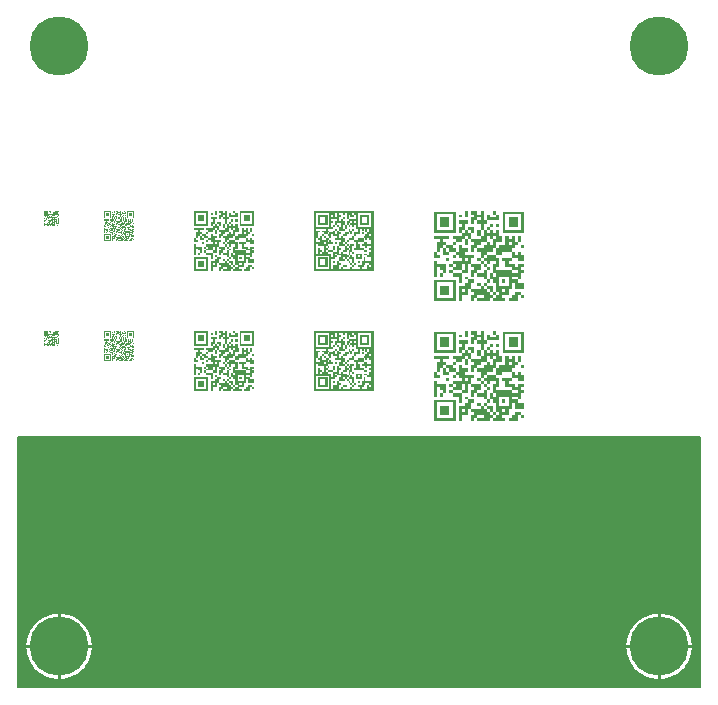
<source format=gtl>
G04 Layer: TopLayer*
G04 EasyEDA v6.5.34, 2023-09-15 23:45:30*
G04 890fca7778e2484d9ed03c023b7e6a3c,5a6b42c53f6a479593ecc07194224c93,10*
G04 Gerber Generator version 0.2*
G04 Scale: 100 percent, Rotated: No, Reflected: No *
G04 Dimensions in millimeters *
G04 leading zeros omitted , absolute positions ,4 integer and 5 decimal *
%FSLAX45Y45*%
%MOMM*%

%ADD10C,5.0000*%

%LPD*%
G36*
X5805932Y25908D02*
G01*
X36068Y26416D01*
X32156Y27178D01*
X28905Y29362D01*
X26670Y32664D01*
X25908Y36576D01*
X25908Y2148840D01*
X26670Y2152751D01*
X28905Y2156002D01*
X32156Y2158238D01*
X36068Y2159000D01*
X5805932Y2159000D01*
X5809792Y2158238D01*
X5813094Y2156002D01*
X5815330Y2152751D01*
X5816092Y2148840D01*
X5816092Y36068D01*
X5815330Y32156D01*
X5813094Y28905D01*
X5809792Y26670D01*
G37*

%LPC*%
G36*
X5473700Y105562D02*
G01*
X5478322Y105664D01*
X5501284Y108051D01*
X5523992Y112369D01*
X5546242Y118618D01*
X5567883Y126644D01*
X5588812Y136499D01*
X5608828Y148031D01*
X5627776Y161239D01*
X5645607Y175971D01*
X5662117Y192125D01*
X5677204Y209600D01*
X5690819Y228295D01*
X5702757Y248107D01*
X5713018Y268782D01*
X5721553Y290271D01*
X5728208Y312369D01*
X5733034Y334975D01*
X5735929Y357886D01*
X5736336Y368300D01*
X5473700Y368300D01*
G37*
G36*
X393700Y105562D02*
G01*
X398322Y105664D01*
X421284Y108051D01*
X443992Y112369D01*
X466242Y118618D01*
X487883Y126644D01*
X508812Y136499D01*
X528828Y148031D01*
X547776Y161239D01*
X565607Y175971D01*
X582117Y192125D01*
X597204Y209600D01*
X610819Y228295D01*
X622757Y248107D01*
X633018Y268782D01*
X641553Y290271D01*
X648208Y312369D01*
X653034Y334975D01*
X655929Y357886D01*
X656336Y368300D01*
X393700Y368300D01*
G37*
G36*
X368300Y105613D02*
G01*
X368300Y368300D01*
X105410Y368300D01*
X107289Y346405D01*
X111099Y323646D01*
X116890Y301244D01*
X124460Y279450D01*
X133858Y258317D01*
X144983Y238099D01*
X157784Y218846D01*
X172161Y200710D01*
X187960Y183896D01*
X205130Y168402D01*
X223520Y154432D01*
X243027Y142036D01*
X263499Y131368D01*
X284835Y122377D01*
X306781Y115265D01*
X329285Y109982D01*
X352145Y106629D01*
G37*
G36*
X5448300Y105613D02*
G01*
X5448300Y368300D01*
X5185410Y368300D01*
X5187289Y346405D01*
X5191099Y323646D01*
X5196890Y301244D01*
X5204460Y279450D01*
X5213858Y258317D01*
X5224983Y238099D01*
X5237784Y218846D01*
X5252161Y200710D01*
X5267960Y183896D01*
X5285130Y168402D01*
X5303520Y154432D01*
X5323027Y142036D01*
X5343499Y131368D01*
X5364835Y122377D01*
X5386781Y115265D01*
X5409285Y109982D01*
X5432145Y106629D01*
G37*
G36*
X5473700Y393700D02*
G01*
X5736336Y393700D01*
X5735929Y404063D01*
X5733034Y427024D01*
X5728208Y449630D01*
X5721553Y471728D01*
X5713018Y493217D01*
X5702757Y513892D01*
X5690819Y533654D01*
X5677204Y552348D01*
X5662117Y569874D01*
X5645607Y586028D01*
X5627776Y600760D01*
X5608828Y613968D01*
X5588812Y625500D01*
X5567883Y635355D01*
X5546242Y643382D01*
X5523992Y649630D01*
X5501284Y653948D01*
X5478322Y656336D01*
X5473700Y656437D01*
G37*
G36*
X393700Y393700D02*
G01*
X656336Y393700D01*
X655929Y404063D01*
X653034Y427024D01*
X648208Y449630D01*
X641553Y471728D01*
X633018Y493217D01*
X622757Y513892D01*
X610819Y533654D01*
X597204Y552348D01*
X582117Y569874D01*
X565607Y586028D01*
X547776Y600760D01*
X528828Y613968D01*
X508812Y625500D01*
X487883Y635355D01*
X466242Y643382D01*
X443992Y649630D01*
X421284Y653948D01*
X398322Y656336D01*
X393700Y656437D01*
G37*
G36*
X105410Y393700D02*
G01*
X368300Y393700D01*
X368300Y656386D01*
X352145Y655370D01*
X329285Y652018D01*
X306781Y646734D01*
X284835Y639572D01*
X263499Y630631D01*
X243027Y619912D01*
X223520Y607568D01*
X205130Y593598D01*
X187960Y578104D01*
X172161Y561289D01*
X157784Y543153D01*
X144983Y523900D01*
X133858Y503682D01*
X124460Y482549D01*
X116890Y460756D01*
X111099Y438353D01*
X107289Y415594D01*
G37*
G36*
X5185410Y393700D02*
G01*
X5448300Y393700D01*
X5448300Y656386D01*
X5432145Y655370D01*
X5409285Y652018D01*
X5386781Y646734D01*
X5364835Y639572D01*
X5343499Y630631D01*
X5323027Y619912D01*
X5303520Y607568D01*
X5285130Y593598D01*
X5267960Y578104D01*
X5252161Y561289D01*
X5237784Y543153D01*
X5224983Y523900D01*
X5213858Y503682D01*
X5204460Y482549D01*
X5196890Y460756D01*
X5191099Y438353D01*
X5187289Y415594D01*
G37*

%LPD*%
G36*
X849426Y4064000D02*
G01*
X849426Y4046575D01*
X857707Y4046575D01*
X857707Y4064000D01*
G37*
G36*
X866902Y4064000D02*
G01*
X866902Y4054805D01*
X875182Y4054805D01*
X875182Y4046575D01*
X893622Y4046575D01*
X893622Y4038346D01*
X884377Y4038346D01*
X884377Y4046575D01*
X866902Y4046575D01*
X866902Y4029151D01*
X875182Y4029151D01*
X875182Y4038346D01*
X884377Y4038346D01*
X884377Y4029151D01*
X893622Y4029151D01*
X893622Y4011726D01*
X901903Y4011726D01*
X901903Y3994302D01*
X893622Y3994302D01*
X893622Y4011726D01*
X884377Y4011726D01*
X884377Y3994302D01*
X893622Y3994302D01*
X893622Y3985158D01*
X866902Y3985158D01*
X866902Y4002582D01*
X875182Y4002582D01*
X875182Y4020007D01*
X857707Y4020007D01*
X857707Y4011726D01*
X866902Y4011726D01*
X866902Y4002582D01*
X857707Y4002582D01*
X857707Y4011726D01*
X849426Y4011726D01*
X849426Y4029151D01*
X857707Y4029151D01*
X857707Y4038346D01*
X831951Y4038346D01*
X831951Y4029151D01*
X841146Y4029151D01*
X841146Y4020007D01*
X831951Y4020007D01*
X831951Y4011726D01*
X849426Y4011726D01*
X849426Y4002582D01*
X841146Y4002582D01*
X841146Y4011726D01*
X831951Y4011726D01*
X831951Y4002582D01*
X841146Y4002582D01*
X841146Y3994302D01*
X814476Y3994302D01*
X814476Y3985158D01*
X822756Y3985158D01*
X822756Y3976878D01*
X814476Y3976878D01*
X814476Y3967734D01*
X796036Y3967734D01*
X796036Y3976878D01*
X787755Y3976878D01*
X787755Y3985158D01*
X805230Y3985158D01*
X805230Y3994302D01*
X762000Y3994302D01*
X762000Y3985158D01*
X778560Y3985158D01*
X778560Y3976878D01*
X770280Y3976878D01*
X770280Y3967734D01*
X796036Y3967734D01*
X796036Y3959453D01*
X814476Y3959453D01*
X814476Y3967734D01*
X822756Y3967734D01*
X822756Y3976878D01*
X841146Y3976878D01*
X841146Y3985158D01*
X849426Y3985158D01*
X849426Y3994302D01*
X857707Y3994302D01*
X857707Y3985158D01*
X866902Y3985158D01*
X866902Y3976878D01*
X875182Y3976878D01*
X875182Y3967734D01*
X866902Y3967734D01*
X866902Y3950309D01*
X875182Y3950309D01*
X875182Y3959453D01*
X884377Y3959453D01*
X884377Y3967734D01*
X893622Y3967734D01*
X893622Y3976878D01*
X911098Y3976878D01*
X911098Y3994302D01*
X919378Y3994302D01*
X919378Y3985158D01*
X928573Y3985158D01*
X928573Y3994302D01*
X936853Y3994302D01*
X936853Y3985158D01*
X928573Y3985158D01*
X928573Y3967734D01*
X919378Y3967734D01*
X919378Y3976878D01*
X911098Y3976878D01*
X911098Y3967734D01*
X901903Y3967734D01*
X901903Y3959453D01*
X884377Y3959453D01*
X884377Y3950309D01*
X893622Y3950309D01*
X893622Y3932885D01*
X901903Y3932885D01*
X901903Y3941114D01*
X911098Y3941114D01*
X911098Y3950309D01*
X928573Y3950309D01*
X928573Y3959453D01*
X936853Y3959453D01*
X936853Y3941114D01*
X954328Y3941114D01*
X954328Y3950309D01*
X981049Y3950309D01*
X981049Y3932885D01*
X954328Y3932885D01*
X954328Y3923690D01*
X963523Y3923690D01*
X963523Y3906265D01*
X981049Y3906265D01*
X981049Y3898036D01*
X998524Y3898036D01*
X998524Y3888841D01*
X981049Y3888841D01*
X981049Y3898036D01*
X936853Y3898036D01*
X936853Y3906265D01*
X946048Y3906265D01*
X946048Y3932885D01*
X936853Y3932885D01*
X936853Y3941114D01*
X911098Y3941114D01*
X911098Y3932885D01*
X901903Y3932885D01*
X901903Y3923690D01*
X911098Y3923690D01*
X911098Y3914546D01*
X919378Y3914546D01*
X919378Y3923690D01*
X936853Y3923690D01*
X936853Y3914546D01*
X928573Y3914546D01*
X928573Y3888841D01*
X936853Y3888841D01*
X936853Y3879697D01*
X998524Y3879697D01*
X998524Y3871417D01*
X981049Y3871417D01*
X981049Y3879697D01*
X972769Y3879697D01*
X972769Y3853078D01*
X946048Y3853078D01*
X946048Y3879697D01*
X928573Y3879697D01*
X928573Y3888841D01*
X919378Y3888841D01*
X919378Y3871417D01*
X928573Y3871417D01*
X928573Y3862273D01*
X936853Y3862273D01*
X936853Y3844848D01*
X963523Y3844848D01*
X963523Y3836568D01*
X954328Y3836568D01*
X954328Y3844848D01*
X936853Y3844848D01*
X936853Y3836568D01*
X946048Y3836568D01*
X946048Y3827424D01*
X936853Y3827424D01*
X936853Y3819144D01*
X928573Y3819144D01*
X928573Y3827424D01*
X919378Y3827424D01*
X919378Y3836568D01*
X911098Y3836568D01*
X911098Y3844848D01*
X901903Y3844848D01*
X901903Y3853078D01*
X911098Y3853078D01*
X911098Y3862273D01*
X919378Y3862273D01*
X919378Y3871417D01*
X911098Y3871417D01*
X911098Y3898036D01*
X901903Y3898036D01*
X901903Y3888841D01*
X884377Y3888841D01*
X884377Y3898036D01*
X893622Y3898036D01*
X893622Y3914546D01*
X866902Y3914546D01*
X866902Y3932885D01*
X875182Y3932885D01*
X875182Y3941114D01*
X849426Y3941114D01*
X849426Y3950309D01*
X857707Y3950309D01*
X857707Y3959453D01*
X841146Y3959453D01*
X841146Y3967734D01*
X831951Y3967734D01*
X831951Y3950309D01*
X822756Y3950309D01*
X822756Y3959453D01*
X805230Y3959453D01*
X805230Y3950309D01*
X796036Y3950309D01*
X796036Y3959453D01*
X787755Y3959453D01*
X787755Y3967734D01*
X770280Y3967734D01*
X770280Y3950309D01*
X762000Y3950309D01*
X762000Y3932885D01*
X778560Y3932885D01*
X778560Y3941114D01*
X770280Y3941114D01*
X770280Y3950309D01*
X778560Y3950309D01*
X778560Y3959453D01*
X787755Y3959453D01*
X787755Y3941114D01*
X805230Y3941114D01*
X805230Y3950309D01*
X822756Y3950309D01*
X822756Y3941114D01*
X814476Y3941114D01*
X814476Y3932885D01*
X822756Y3932885D01*
X822756Y3941114D01*
X831951Y3941114D01*
X831951Y3932885D01*
X857707Y3932885D01*
X857707Y3923690D01*
X849426Y3923690D01*
X849426Y3932885D01*
X841146Y3932885D01*
X841146Y3923690D01*
X814476Y3923690D01*
X814476Y3914546D01*
X822756Y3914546D01*
X822756Y3906265D01*
X814476Y3906265D01*
X814476Y3914546D01*
X805230Y3914546D01*
X805230Y3906265D01*
X814476Y3906265D01*
X814476Y3898036D01*
X805230Y3898036D01*
X805230Y3888841D01*
X814476Y3888841D01*
X814476Y3898036D01*
X841146Y3898036D01*
X841146Y3914546D01*
X849426Y3914546D01*
X849426Y3898036D01*
X841146Y3898036D01*
X841146Y3888841D01*
X814476Y3888841D01*
X814476Y3879697D01*
X831951Y3879697D01*
X831951Y3862273D01*
X841146Y3862273D01*
X841146Y3888841D01*
X857707Y3888841D01*
X857707Y3914546D01*
X866902Y3914546D01*
X866902Y3906265D01*
X875182Y3906265D01*
X875182Y3898036D01*
X866902Y3898036D01*
X866902Y3879697D01*
X875182Y3879697D01*
X875182Y3888841D01*
X884377Y3888841D01*
X884377Y3879697D01*
X901903Y3879697D01*
X901903Y3871417D01*
X911098Y3871417D01*
X911098Y3862273D01*
X901903Y3862273D01*
X901903Y3853078D01*
X893622Y3853078D01*
X893622Y3862273D01*
X884377Y3862273D01*
X884377Y3853078D01*
X893622Y3853078D01*
X893622Y3844848D01*
X866902Y3844848D01*
X866902Y3862273D01*
X875182Y3862273D01*
X875182Y3871417D01*
X857707Y3871417D01*
X857707Y3879697D01*
X849426Y3879697D01*
X849426Y3871417D01*
X857707Y3871417D01*
X857707Y3862273D01*
X849528Y3862273D01*
X848969Y3853535D01*
X831951Y3853027D01*
X831951Y3844848D01*
X849426Y3844848D01*
X849426Y3836568D01*
X841146Y3836568D01*
X841146Y3844848D01*
X831951Y3844848D01*
X831951Y3810000D01*
X841146Y3810000D01*
X841146Y3827424D01*
X857707Y3827424D01*
X857707Y3844848D01*
X866902Y3844848D01*
X866902Y3836568D01*
X875182Y3836568D01*
X875182Y3827424D01*
X866902Y3827424D01*
X866902Y3810000D01*
X875080Y3810000D01*
X875639Y3818686D01*
X884377Y3819245D01*
X884377Y3827424D01*
X901903Y3827424D01*
X901903Y3819144D01*
X884377Y3819144D01*
X884377Y3810000D01*
X919378Y3810000D01*
X919378Y3819144D01*
X928573Y3819144D01*
X928573Y3810000D01*
X963523Y3810000D01*
X963523Y3819144D01*
X954328Y3819144D01*
X954328Y3827424D01*
X972769Y3827424D01*
X972769Y3844848D01*
X981049Y3844848D01*
X981049Y3862273D01*
X989330Y3862273D01*
X989330Y3844848D01*
X1016000Y3844848D01*
X1016000Y3862273D01*
X998524Y3862273D01*
X998524Y3871417D01*
X1007719Y3871417D01*
X1007719Y3888841D01*
X1016000Y3888841D01*
X1016000Y3898036D01*
X1007719Y3898036D01*
X1007719Y3906265D01*
X1016000Y3906265D01*
X1016000Y3914546D01*
X998524Y3914546D01*
X998524Y3906265D01*
X989330Y3906265D01*
X989330Y3914546D01*
X972769Y3914546D01*
X972769Y3923690D01*
X981049Y3923690D01*
X981049Y3932885D01*
X998524Y3932885D01*
X998524Y3923690D01*
X1016000Y3923690D01*
X1016000Y3941114D01*
X1007719Y3941114D01*
X1007719Y3950309D01*
X998524Y3950309D01*
X998524Y3941114D01*
X989330Y3941114D01*
X989330Y3950309D01*
X981049Y3950309D01*
X981049Y3959453D01*
X989330Y3959453D01*
X989330Y3967734D01*
X998524Y3967734D01*
X998524Y3976878D01*
X1007719Y3976878D01*
X1007719Y3994302D01*
X998524Y3994302D01*
X998524Y3976878D01*
X989330Y3976878D01*
X989330Y3994302D01*
X981049Y3994302D01*
X981049Y3985158D01*
X972769Y3985158D01*
X972769Y3994302D01*
X963523Y3994302D01*
X963523Y3976878D01*
X981049Y3976878D01*
X981049Y3967734D01*
X972769Y3967734D01*
X972769Y3976878D01*
X963523Y3976878D01*
X963523Y3967734D01*
X946048Y3967734D01*
X946048Y3959453D01*
X936853Y3959453D01*
X936853Y3976878D01*
X954328Y3976878D01*
X954328Y3994302D01*
X946048Y3994302D01*
X946048Y4011726D01*
X936853Y4011726D01*
X936853Y4002582D01*
X928573Y4002582D01*
X928573Y4011726D01*
X919378Y4011726D01*
X919378Y4020007D01*
X928573Y4020007D01*
X928573Y4029151D01*
X919378Y4029151D01*
X919378Y4020007D01*
X911098Y4020007D01*
X911098Y4011726D01*
X919378Y4011726D01*
X919378Y4002582D01*
X911098Y4002582D01*
X911098Y4011726D01*
X901903Y4011726D01*
X901903Y4029151D01*
X911098Y4029151D01*
X911098Y4038346D01*
X946048Y4038346D01*
X946048Y4054805D01*
X936853Y4054805D01*
X936853Y4064000D01*
X928573Y4064000D01*
X928573Y4054805D01*
X936853Y4054805D01*
X936853Y4046575D01*
X919378Y4046575D01*
X919378Y4054805D01*
X911098Y4054805D01*
X911098Y4038346D01*
X901903Y4038346D01*
X901903Y4064000D01*
X893622Y4064000D01*
X893622Y4054805D01*
X884377Y4054805D01*
X884377Y4064000D01*
G37*
G36*
X762000Y4063085D02*
G01*
X762000Y4055770D01*
X814476Y4055770D01*
X814476Y4010812D01*
X770280Y4010812D01*
X770280Y4055770D01*
X762000Y4055770D01*
X762000Y4003497D01*
X822756Y4003497D01*
X822756Y4063085D01*
G37*
G36*
X955243Y4063085D02*
G01*
X955243Y4055770D01*
X1007719Y4055770D01*
X1007719Y4010812D01*
X962609Y4010812D01*
X962609Y4055770D01*
X955243Y4055770D01*
X955243Y4003497D01*
X1016000Y4003497D01*
X1016000Y4063085D01*
G37*
G36*
X831951Y4054805D02*
G01*
X831951Y4046575D01*
X841146Y4046575D01*
X841146Y4054805D01*
G37*
G36*
X779475Y4046575D02*
G01*
X779475Y4020921D01*
X804316Y4020921D01*
X804316Y4046575D01*
G37*
G36*
X972769Y4046575D02*
G01*
X972769Y4020921D01*
X997610Y4020921D01*
X997610Y4046575D01*
G37*
G36*
X936853Y4029151D02*
G01*
X936853Y4020007D01*
X946048Y4020007D01*
X946048Y4029151D01*
G37*
G36*
X849426Y3985158D02*
G01*
X849426Y3967734D01*
X857707Y3967734D01*
X857707Y3985158D01*
G37*
G36*
X1007719Y3967734D02*
G01*
X1007719Y3959453D01*
X1016000Y3959453D01*
X1016000Y3967734D01*
G37*
G36*
X796036Y3932885D02*
G01*
X796036Y3923690D01*
X805230Y3923690D01*
X805230Y3932885D01*
G37*
G36*
X884377Y3932885D02*
G01*
X884377Y3923690D01*
X893622Y3923690D01*
X893622Y3914546D01*
X901903Y3914546D01*
X901903Y3906265D01*
X911098Y3906265D01*
X911098Y3898036D01*
X919378Y3898036D01*
X919378Y3906265D01*
X911098Y3906265D01*
X911098Y3914546D01*
X901903Y3914546D01*
X901903Y3923690D01*
X893622Y3923690D01*
X893622Y3932885D01*
G37*
G36*
X762000Y3923690D02*
G01*
X762000Y3879697D01*
X770280Y3879697D01*
X770280Y3906265D01*
X778560Y3906265D01*
X778560Y3898036D01*
X787755Y3898036D01*
X787755Y3888841D01*
X778560Y3888841D01*
X778560Y3879697D01*
X787755Y3879697D01*
X787755Y3888841D01*
X796036Y3888841D01*
X796036Y3914546D01*
X770280Y3914546D01*
X770280Y3923690D01*
G37*
G36*
X954328Y3871417D02*
G01*
X954328Y3862273D01*
X963523Y3862273D01*
X963523Y3871417D01*
G37*
G36*
X762000Y3870502D02*
G01*
X762000Y3863187D01*
X814476Y3863187D01*
X814476Y3818229D01*
X770280Y3818229D01*
X770280Y3863187D01*
X762000Y3863187D01*
X762000Y3810914D01*
X822756Y3810914D01*
X822756Y3870502D01*
G37*
G36*
X779475Y3853078D02*
G01*
X779475Y3828338D01*
X804316Y3828338D01*
X804316Y3853078D01*
G37*
G36*
X911098Y3853078D02*
G01*
X911098Y3844848D01*
X919378Y3844848D01*
X919378Y3836568D01*
X928573Y3836568D01*
X928573Y3827424D01*
X936853Y3827424D01*
X936853Y3836568D01*
X928573Y3836568D01*
X928573Y3853078D01*
G37*
G36*
X989330Y3836568D02*
G01*
X989330Y3827424D01*
X981049Y3827424D01*
X981049Y3819144D01*
X972769Y3819144D01*
X972769Y3810000D01*
X998524Y3810000D01*
X998524Y3827424D01*
X1007719Y3827424D01*
X1007719Y3819144D01*
X1016000Y3819144D01*
X1016000Y3827424D01*
X1007719Y3827424D01*
X1007719Y3836568D01*
G37*
G36*
X1698853Y4064000D02*
G01*
X1698853Y4029151D01*
X1715414Y4029151D01*
X1715414Y4064000D01*
G37*
G36*
X1733804Y4064000D02*
G01*
X1733804Y4045661D01*
X1750364Y4045661D01*
X1750364Y4029151D01*
X1787194Y4029151D01*
X1787194Y4012641D01*
X1768805Y4012641D01*
X1768805Y4029151D01*
X1733804Y4029151D01*
X1733804Y3994302D01*
X1750364Y3994302D01*
X1750364Y4012641D01*
X1768805Y4012641D01*
X1768805Y3994302D01*
X1787194Y3994302D01*
X1787194Y3959453D01*
X1803755Y3959453D01*
X1803755Y3924604D01*
X1787194Y3924604D01*
X1787194Y3959453D01*
X1768805Y3959453D01*
X1768805Y3924604D01*
X1787194Y3924604D01*
X1787194Y3906265D01*
X1733804Y3906265D01*
X1733804Y3941114D01*
X1750364Y3941114D01*
X1750364Y3975963D01*
X1715414Y3975963D01*
X1715414Y3959453D01*
X1733804Y3959453D01*
X1733804Y3941114D01*
X1715414Y3941114D01*
X1715414Y3959453D01*
X1698853Y3959453D01*
X1698853Y3994302D01*
X1715414Y3994302D01*
X1715414Y4012641D01*
X1663903Y4012641D01*
X1663903Y3994302D01*
X1682292Y3994302D01*
X1682292Y3975963D01*
X1663903Y3975963D01*
X1663903Y3959453D01*
X1698853Y3959453D01*
X1698853Y3941114D01*
X1682292Y3941114D01*
X1682292Y3959453D01*
X1663903Y3959453D01*
X1663903Y3941114D01*
X1682292Y3941114D01*
X1682292Y3924604D01*
X1628901Y3924604D01*
X1628901Y3906265D01*
X1645462Y3906265D01*
X1645462Y3889756D01*
X1628901Y3889756D01*
X1628901Y3871417D01*
X1592122Y3871417D01*
X1592122Y3889756D01*
X1575511Y3889756D01*
X1575511Y3906265D01*
X1610512Y3906265D01*
X1610512Y3924604D01*
X1524000Y3924604D01*
X1524000Y3906265D01*
X1557121Y3906265D01*
X1557121Y3889756D01*
X1540560Y3889756D01*
X1540560Y3871417D01*
X1592122Y3871417D01*
X1592122Y3854907D01*
X1628901Y3854907D01*
X1628901Y3871417D01*
X1645462Y3871417D01*
X1645462Y3889756D01*
X1682292Y3889756D01*
X1682292Y3906265D01*
X1698853Y3906265D01*
X1698853Y3924604D01*
X1715414Y3924604D01*
X1715414Y3906265D01*
X1733804Y3906265D01*
X1733804Y3889756D01*
X1750364Y3889756D01*
X1750364Y3871417D01*
X1733804Y3871417D01*
X1733804Y3836568D01*
X1750364Y3836568D01*
X1750364Y3854907D01*
X1768805Y3854907D01*
X1768805Y3871417D01*
X1787194Y3871417D01*
X1787194Y3889756D01*
X1822196Y3889756D01*
X1822196Y3924604D01*
X1838756Y3924604D01*
X1838756Y3906265D01*
X1857146Y3906265D01*
X1857146Y3924604D01*
X1873707Y3924604D01*
X1873707Y3906265D01*
X1857146Y3906265D01*
X1857146Y3871417D01*
X1838756Y3871417D01*
X1838756Y3889756D01*
X1822196Y3889756D01*
X1822196Y3871417D01*
X1803755Y3871417D01*
X1803755Y3854907D01*
X1768805Y3854907D01*
X1768805Y3836568D01*
X1787194Y3836568D01*
X1787194Y3801719D01*
X1803755Y3801719D01*
X1803755Y3818229D01*
X1822196Y3818229D01*
X1822196Y3836568D01*
X1857146Y3836568D01*
X1857146Y3854907D01*
X1873707Y3854907D01*
X1873707Y3818229D01*
X1908657Y3818229D01*
X1908657Y3836568D01*
X1962048Y3836568D01*
X1962048Y3801719D01*
X1908657Y3801719D01*
X1908657Y3783380D01*
X1927098Y3783380D01*
X1927098Y3748532D01*
X1962048Y3748532D01*
X1962048Y3732072D01*
X1997049Y3732072D01*
X1997049Y3713683D01*
X1962048Y3713683D01*
X1962048Y3732072D01*
X1873707Y3732072D01*
X1873707Y3748532D01*
X1892096Y3748532D01*
X1892096Y3801719D01*
X1873707Y3801719D01*
X1873707Y3818229D01*
X1822196Y3818229D01*
X1822196Y3801719D01*
X1803755Y3801719D01*
X1803755Y3783380D01*
X1822196Y3783380D01*
X1822196Y3765042D01*
X1838756Y3765042D01*
X1838756Y3783380D01*
X1873707Y3783380D01*
X1873707Y3765042D01*
X1857146Y3765042D01*
X1857146Y3713683D01*
X1873707Y3713683D01*
X1873707Y3695344D01*
X1997049Y3695344D01*
X1997049Y3678885D01*
X1962048Y3678885D01*
X1962048Y3695344D01*
X1945487Y3695344D01*
X1945487Y3642207D01*
X1892096Y3642207D01*
X1892096Y3695344D01*
X1857146Y3695344D01*
X1857146Y3713683D01*
X1838756Y3713683D01*
X1838756Y3678885D01*
X1857146Y3678885D01*
X1857146Y3660546D01*
X1873707Y3660546D01*
X1873707Y3625697D01*
X1927098Y3625697D01*
X1927098Y3609187D01*
X1908657Y3609187D01*
X1908657Y3625697D01*
X1873707Y3625697D01*
X1873707Y3609187D01*
X1892096Y3609187D01*
X1892096Y3590848D01*
X1873707Y3590848D01*
X1873707Y3574338D01*
X1857146Y3574338D01*
X1857146Y3590848D01*
X1838756Y3590848D01*
X1838756Y3609187D01*
X1822196Y3609187D01*
X1822196Y3625697D01*
X1803755Y3625697D01*
X1803755Y3642207D01*
X1822196Y3642207D01*
X1822196Y3660546D01*
X1838756Y3660546D01*
X1838756Y3678885D01*
X1822196Y3678885D01*
X1822196Y3732072D01*
X1803755Y3732072D01*
X1803755Y3713683D01*
X1768805Y3713683D01*
X1768805Y3732072D01*
X1787194Y3732072D01*
X1787194Y3765042D01*
X1733804Y3765042D01*
X1733804Y3801719D01*
X1750364Y3801719D01*
X1750364Y3818229D01*
X1698853Y3818229D01*
X1698853Y3836568D01*
X1715414Y3836568D01*
X1715414Y3854907D01*
X1682292Y3854907D01*
X1682292Y3871417D01*
X1663903Y3871417D01*
X1663903Y3836568D01*
X1645462Y3836568D01*
X1645462Y3854907D01*
X1610512Y3854907D01*
X1610512Y3836568D01*
X1592122Y3836568D01*
X1592122Y3854907D01*
X1575511Y3854907D01*
X1575511Y3871417D01*
X1540560Y3871417D01*
X1540560Y3836568D01*
X1524000Y3836568D01*
X1524000Y3801719D01*
X1557121Y3801719D01*
X1557121Y3818229D01*
X1540560Y3818229D01*
X1540560Y3836568D01*
X1557121Y3836568D01*
X1557121Y3854907D01*
X1575511Y3854907D01*
X1575511Y3818229D01*
X1610512Y3818229D01*
X1610512Y3836568D01*
X1645462Y3836568D01*
X1645462Y3818229D01*
X1628901Y3818229D01*
X1628901Y3801719D01*
X1645462Y3801719D01*
X1645462Y3818229D01*
X1663903Y3818229D01*
X1663903Y3801719D01*
X1715414Y3801719D01*
X1715414Y3783380D01*
X1698853Y3783380D01*
X1698853Y3801719D01*
X1682292Y3801719D01*
X1682292Y3783380D01*
X1628901Y3783380D01*
X1628901Y3765042D01*
X1645462Y3765042D01*
X1645462Y3748532D01*
X1628901Y3748532D01*
X1628901Y3765042D01*
X1610512Y3765042D01*
X1610512Y3748532D01*
X1628901Y3748532D01*
X1628901Y3732072D01*
X1610512Y3732072D01*
X1610512Y3713683D01*
X1628901Y3713683D01*
X1628901Y3732072D01*
X1682292Y3732072D01*
X1682292Y3765042D01*
X1698853Y3765042D01*
X1698853Y3732072D01*
X1682292Y3732072D01*
X1682292Y3713683D01*
X1628901Y3713683D01*
X1628901Y3695344D01*
X1663903Y3695344D01*
X1663903Y3660546D01*
X1682292Y3660546D01*
X1682292Y3713683D01*
X1715414Y3713683D01*
X1715414Y3765042D01*
X1733804Y3765042D01*
X1733804Y3748532D01*
X1750364Y3748532D01*
X1750364Y3732072D01*
X1733804Y3732072D01*
X1733804Y3695344D01*
X1750364Y3695344D01*
X1750364Y3713683D01*
X1768805Y3713683D01*
X1768805Y3695344D01*
X1803755Y3695344D01*
X1803755Y3678885D01*
X1822196Y3678885D01*
X1822196Y3660546D01*
X1803755Y3660546D01*
X1803755Y3642207D01*
X1787194Y3642207D01*
X1787194Y3660546D01*
X1768805Y3660546D01*
X1768805Y3642207D01*
X1787194Y3642207D01*
X1787194Y3625697D01*
X1733804Y3625697D01*
X1733804Y3660546D01*
X1750364Y3660546D01*
X1750364Y3678885D01*
X1715414Y3678885D01*
X1715414Y3695344D01*
X1698853Y3695344D01*
X1698853Y3678885D01*
X1715414Y3678885D01*
X1715414Y3660546D01*
X1699056Y3660546D01*
X1697939Y3643122D01*
X1663903Y3642055D01*
X1663903Y3625697D01*
X1698853Y3625697D01*
X1698853Y3609187D01*
X1682292Y3609187D01*
X1682292Y3625697D01*
X1663903Y3625697D01*
X1663903Y3556000D01*
X1682292Y3556000D01*
X1682292Y3590848D01*
X1715414Y3590848D01*
X1715414Y3625697D01*
X1733804Y3625697D01*
X1733804Y3609187D01*
X1750364Y3609187D01*
X1750364Y3590848D01*
X1733804Y3590848D01*
X1733804Y3556000D01*
X1750212Y3556000D01*
X1751330Y3573424D01*
X1768805Y3574542D01*
X1768805Y3590848D01*
X1803755Y3590848D01*
X1803755Y3574338D01*
X1768805Y3574338D01*
X1768805Y3556000D01*
X1838756Y3556000D01*
X1838756Y3574338D01*
X1857146Y3574338D01*
X1857146Y3556000D01*
X1927098Y3556000D01*
X1927098Y3574338D01*
X1908657Y3574338D01*
X1908657Y3590848D01*
X1945487Y3590848D01*
X1945487Y3625697D01*
X1962048Y3625697D01*
X1962048Y3660546D01*
X1978609Y3660546D01*
X1978609Y3625697D01*
X2032000Y3625697D01*
X2032000Y3660546D01*
X1997049Y3660546D01*
X1997049Y3678885D01*
X2015439Y3678885D01*
X2015439Y3713683D01*
X2032000Y3713683D01*
X2032000Y3732072D01*
X2015439Y3732072D01*
X2015439Y3748532D01*
X2032000Y3748532D01*
X2032000Y3765042D01*
X1997049Y3765042D01*
X1997049Y3748532D01*
X1978609Y3748532D01*
X1978609Y3765042D01*
X1945487Y3765042D01*
X1945487Y3783380D01*
X1962048Y3783380D01*
X1962048Y3801719D01*
X1997049Y3801719D01*
X1997049Y3783380D01*
X2032000Y3783380D01*
X2032000Y3818229D01*
X2015439Y3818229D01*
X2015439Y3836568D01*
X1997049Y3836568D01*
X1997049Y3818229D01*
X1978609Y3818229D01*
X1978609Y3836568D01*
X1962048Y3836568D01*
X1962048Y3854907D01*
X1978609Y3854907D01*
X1978609Y3871417D01*
X1997049Y3871417D01*
X1997049Y3889756D01*
X2015439Y3889756D01*
X2015439Y3924604D01*
X1997049Y3924604D01*
X1997049Y3889756D01*
X1978609Y3889756D01*
X1978609Y3924604D01*
X1962048Y3924604D01*
X1962048Y3906265D01*
X1945487Y3906265D01*
X1945487Y3924604D01*
X1927098Y3924604D01*
X1927098Y3889756D01*
X1962048Y3889756D01*
X1962048Y3871417D01*
X1945487Y3871417D01*
X1945487Y3889756D01*
X1927098Y3889756D01*
X1927098Y3871417D01*
X1892096Y3871417D01*
X1892096Y3854907D01*
X1873707Y3854907D01*
X1873707Y3889756D01*
X1908657Y3889756D01*
X1908657Y3924604D01*
X1892096Y3924604D01*
X1892096Y3959453D01*
X1873707Y3959453D01*
X1873707Y3941114D01*
X1857146Y3941114D01*
X1857146Y3959453D01*
X1838756Y3959453D01*
X1838756Y3975963D01*
X1857146Y3975963D01*
X1857146Y3994302D01*
X1838756Y3994302D01*
X1838756Y3975963D01*
X1822196Y3975963D01*
X1822196Y3959453D01*
X1838756Y3959453D01*
X1838756Y3941114D01*
X1822196Y3941114D01*
X1822196Y3959453D01*
X1803755Y3959453D01*
X1803755Y3994302D01*
X1822196Y3994302D01*
X1822196Y4012641D01*
X1892096Y4012641D01*
X1892096Y4045661D01*
X1873707Y4045661D01*
X1873707Y4064000D01*
X1857146Y4064000D01*
X1857146Y4045661D01*
X1873707Y4045661D01*
X1873707Y4029151D01*
X1838756Y4029151D01*
X1838756Y4045661D01*
X1822196Y4045661D01*
X1822196Y4012641D01*
X1803755Y4012641D01*
X1803755Y4064000D01*
X1787194Y4064000D01*
X1787194Y4045661D01*
X1768805Y4045661D01*
X1768805Y4064000D01*
G37*
G36*
X1524000Y4062171D02*
G01*
X1524000Y4047490D01*
X1628901Y4047490D01*
X1628901Y3957624D01*
X1540560Y3957624D01*
X1540560Y4047490D01*
X1524000Y4047490D01*
X1524000Y3942943D01*
X1645462Y3942943D01*
X1645462Y4062171D01*
G37*
G36*
X1910537Y4062171D02*
G01*
X1910537Y4047490D01*
X2015439Y4047490D01*
X2015439Y3957624D01*
X1925218Y3957624D01*
X1925218Y4047490D01*
X1910537Y4047490D01*
X1910537Y3942943D01*
X2032000Y3942943D01*
X2032000Y4062171D01*
G37*
G36*
X1663903Y4045661D02*
G01*
X1663903Y4029151D01*
X1682292Y4029151D01*
X1682292Y4045661D01*
G37*
G36*
X1558950Y4029151D02*
G01*
X1558950Y3977792D01*
X1608683Y3977792D01*
X1608683Y4029151D01*
G37*
G36*
X1945487Y4029151D02*
G01*
X1945487Y3977792D01*
X1995170Y3977792D01*
X1995170Y4029151D01*
G37*
G36*
X1873707Y3994302D02*
G01*
X1873707Y3975963D01*
X1892096Y3975963D01*
X1892096Y3994302D01*
G37*
G36*
X1698853Y3906265D02*
G01*
X1698853Y3871417D01*
X1715414Y3871417D01*
X1715414Y3906265D01*
G37*
G36*
X2015439Y3871417D02*
G01*
X2015439Y3854907D01*
X2032000Y3854907D01*
X2032000Y3871417D01*
G37*
G36*
X1592122Y3801719D02*
G01*
X1592122Y3783380D01*
X1610512Y3783380D01*
X1610512Y3801719D01*
G37*
G36*
X1768805Y3801719D02*
G01*
X1768805Y3783380D01*
X1787194Y3783380D01*
X1787194Y3765042D01*
X1803755Y3765042D01*
X1803755Y3748532D01*
X1822196Y3748532D01*
X1822196Y3732072D01*
X1838756Y3732072D01*
X1838756Y3748532D01*
X1822196Y3748532D01*
X1822196Y3765042D01*
X1803755Y3765042D01*
X1803755Y3783380D01*
X1787194Y3783380D01*
X1787194Y3801719D01*
G37*
G36*
X1524000Y3783380D02*
G01*
X1524000Y3695344D01*
X1540560Y3695344D01*
X1540560Y3748532D01*
X1557121Y3748532D01*
X1557121Y3732072D01*
X1575511Y3732072D01*
X1575511Y3713683D01*
X1557121Y3713683D01*
X1557121Y3695344D01*
X1575511Y3695344D01*
X1575511Y3713683D01*
X1592122Y3713683D01*
X1592122Y3765042D01*
X1540560Y3765042D01*
X1540560Y3783380D01*
G37*
G36*
X1908657Y3678885D02*
G01*
X1908657Y3660546D01*
X1927098Y3660546D01*
X1927098Y3678885D01*
G37*
G36*
X1524000Y3677005D02*
G01*
X1524000Y3662375D01*
X1628901Y3662375D01*
X1628901Y3572510D01*
X1540560Y3572510D01*
X1540560Y3662375D01*
X1524000Y3662375D01*
X1524000Y3557828D01*
X1645462Y3557828D01*
X1645462Y3677005D01*
G37*
G36*
X1558950Y3642207D02*
G01*
X1558950Y3592677D01*
X1608683Y3592677D01*
X1608683Y3642207D01*
G37*
G36*
X1822196Y3642207D02*
G01*
X1822196Y3625697D01*
X1838756Y3625697D01*
X1838756Y3609187D01*
X1857146Y3609187D01*
X1857146Y3590848D01*
X1873707Y3590848D01*
X1873707Y3609187D01*
X1857146Y3609187D01*
X1857146Y3642207D01*
G37*
G36*
X1978609Y3609187D02*
G01*
X1978609Y3590848D01*
X1962048Y3590848D01*
X1962048Y3574338D01*
X1945487Y3574338D01*
X1945487Y3556000D01*
X1997049Y3556000D01*
X1997049Y3590848D01*
X2015439Y3590848D01*
X2015439Y3574338D01*
X2032000Y3574338D01*
X2032000Y3590848D01*
X2015439Y3590848D01*
X2015439Y3609187D01*
G37*
G36*
X3818280Y4064000D02*
G01*
X3818280Y4011726D01*
X3843121Y4011726D01*
X3843121Y4064000D01*
G37*
G36*
X3870706Y4064000D02*
G01*
X3870706Y4036466D01*
X3895547Y4036466D01*
X3895547Y4011726D01*
X3950817Y4011726D01*
X3950817Y3986987D01*
X3923182Y3986987D01*
X3923182Y4011726D01*
X3870706Y4011726D01*
X3870706Y3959453D01*
X3895547Y3959453D01*
X3895547Y3986987D01*
X3923182Y3986987D01*
X3923182Y3959453D01*
X3950817Y3959453D01*
X3950817Y3907180D01*
X3975658Y3907180D01*
X3975658Y3854907D01*
X3950817Y3854907D01*
X3950817Y3907180D01*
X3923182Y3907180D01*
X3923182Y3854907D01*
X3950817Y3854907D01*
X3950817Y3827424D01*
X3870706Y3827424D01*
X3870706Y3879697D01*
X3895547Y3879697D01*
X3895547Y3931970D01*
X3843121Y3931970D01*
X3843121Y3907180D01*
X3870706Y3907180D01*
X3870706Y3879697D01*
X3843121Y3879697D01*
X3843121Y3907180D01*
X3818280Y3907180D01*
X3818280Y3959453D01*
X3843121Y3959453D01*
X3843121Y3986987D01*
X3765804Y3986987D01*
X3765804Y3959453D01*
X3793439Y3959453D01*
X3793439Y3931970D01*
X3765804Y3931970D01*
X3765804Y3907180D01*
X3818280Y3907180D01*
X3818280Y3879697D01*
X3793439Y3879697D01*
X3793439Y3907180D01*
X3765804Y3907180D01*
X3765804Y3879697D01*
X3793439Y3879697D01*
X3793439Y3854907D01*
X3713378Y3854907D01*
X3713378Y3827424D01*
X3738219Y3827424D01*
X3738219Y3802634D01*
X3713378Y3802634D01*
X3713378Y3775151D01*
X3658158Y3775151D01*
X3658158Y3802634D01*
X3633266Y3802634D01*
X3633266Y3827424D01*
X3685743Y3827424D01*
X3685743Y3854907D01*
X3556000Y3854907D01*
X3556000Y3827424D01*
X3605682Y3827424D01*
X3605682Y3802634D01*
X3580841Y3802634D01*
X3580841Y3775151D01*
X3658158Y3775151D01*
X3658158Y3750360D01*
X3713378Y3750360D01*
X3713378Y3775151D01*
X3738219Y3775151D01*
X3738219Y3802634D01*
X3793439Y3802634D01*
X3793439Y3827424D01*
X3818280Y3827424D01*
X3818280Y3854907D01*
X3843121Y3854907D01*
X3843121Y3827424D01*
X3870706Y3827424D01*
X3870706Y3802634D01*
X3895547Y3802634D01*
X3895547Y3775151D01*
X3870706Y3775151D01*
X3870706Y3722878D01*
X3895547Y3722878D01*
X3895547Y3750360D01*
X3923182Y3750360D01*
X3923182Y3775151D01*
X3950817Y3775151D01*
X3950817Y3802634D01*
X4003243Y3802634D01*
X4003243Y3854907D01*
X4028084Y3854907D01*
X4028084Y3827424D01*
X4055719Y3827424D01*
X4055719Y3854907D01*
X4080560Y3854907D01*
X4080560Y3827424D01*
X4055719Y3827424D01*
X4055719Y3775151D01*
X4028084Y3775151D01*
X4028084Y3802634D01*
X4003243Y3802634D01*
X4003243Y3775151D01*
X3975658Y3775151D01*
X3975658Y3750360D01*
X3923182Y3750360D01*
X3923182Y3722878D01*
X3950817Y3722878D01*
X3950817Y3670604D01*
X3975658Y3670604D01*
X3975658Y3695344D01*
X4003243Y3695344D01*
X4003243Y3722878D01*
X4055719Y3722878D01*
X4055719Y3750360D01*
X4080560Y3750360D01*
X4080560Y3695344D01*
X4132986Y3695344D01*
X4132986Y3722878D01*
X4213098Y3722878D01*
X4213098Y3670604D01*
X4132986Y3670604D01*
X4132986Y3643122D01*
X4160621Y3643122D01*
X4160621Y3590848D01*
X4213098Y3590848D01*
X4213098Y3566058D01*
X4265523Y3566058D01*
X4265523Y3538575D01*
X4213098Y3538575D01*
X4213098Y3566058D01*
X4080560Y3566058D01*
X4080560Y3590848D01*
X4108145Y3590848D01*
X4108145Y3670604D01*
X4080560Y3670604D01*
X4080560Y3695344D01*
X4003243Y3695344D01*
X4003243Y3670604D01*
X3975658Y3670604D01*
X3975658Y3643122D01*
X4003243Y3643122D01*
X4003243Y3615588D01*
X4028084Y3615588D01*
X4028084Y3643122D01*
X4080560Y3643122D01*
X4080560Y3615588D01*
X4055719Y3615588D01*
X4055719Y3538575D01*
X4080560Y3538575D01*
X4080560Y3511042D01*
X4265523Y3511042D01*
X4265523Y3486302D01*
X4213098Y3486302D01*
X4213098Y3511042D01*
X4188206Y3511042D01*
X4188206Y3431286D01*
X4108145Y3431286D01*
X4108145Y3511042D01*
X4055719Y3511042D01*
X4055719Y3538575D01*
X4028084Y3538575D01*
X4028084Y3486302D01*
X4055719Y3486302D01*
X4055719Y3458768D01*
X4080560Y3458768D01*
X4080560Y3406495D01*
X4160621Y3406495D01*
X4160621Y3381756D01*
X4132986Y3381756D01*
X4132986Y3406495D01*
X4080560Y3406495D01*
X4080560Y3381756D01*
X4108145Y3381756D01*
X4108145Y3354273D01*
X4080560Y3354273D01*
X4080560Y3329482D01*
X4055719Y3329482D01*
X4055719Y3354273D01*
X4028084Y3354273D01*
X4028084Y3381756D01*
X4003243Y3381756D01*
X4003243Y3406495D01*
X3975658Y3406495D01*
X3975658Y3431286D01*
X4003243Y3431286D01*
X4003243Y3458768D01*
X4028084Y3458768D01*
X4028084Y3486302D01*
X4003243Y3486302D01*
X4003243Y3566058D01*
X3975658Y3566058D01*
X3975658Y3538575D01*
X3923182Y3538575D01*
X3923182Y3566058D01*
X3950817Y3566058D01*
X3950817Y3615588D01*
X3870706Y3615588D01*
X3870706Y3670604D01*
X3895547Y3670604D01*
X3895547Y3695344D01*
X3818280Y3695344D01*
X3818280Y3722878D01*
X3843121Y3722878D01*
X3843121Y3750360D01*
X3793439Y3750360D01*
X3793439Y3775151D01*
X3765804Y3775151D01*
X3765804Y3722878D01*
X3738219Y3722878D01*
X3738219Y3750360D01*
X3685743Y3750360D01*
X3685743Y3722878D01*
X3658158Y3722878D01*
X3658158Y3750360D01*
X3633266Y3750360D01*
X3633266Y3775151D01*
X3580841Y3775151D01*
X3580841Y3722878D01*
X3556000Y3722878D01*
X3556000Y3670604D01*
X3605682Y3670604D01*
X3605682Y3695344D01*
X3580841Y3695344D01*
X3580841Y3722878D01*
X3605682Y3722878D01*
X3605682Y3750360D01*
X3633266Y3750360D01*
X3633266Y3695344D01*
X3685743Y3695344D01*
X3685743Y3722878D01*
X3738219Y3722878D01*
X3738219Y3695344D01*
X3713378Y3695344D01*
X3713378Y3670604D01*
X3738219Y3670604D01*
X3738219Y3695344D01*
X3765804Y3695344D01*
X3765804Y3670604D01*
X3843121Y3670604D01*
X3843121Y3643122D01*
X3818280Y3643122D01*
X3818280Y3670604D01*
X3793439Y3670604D01*
X3793439Y3643122D01*
X3713378Y3643122D01*
X3713378Y3615588D01*
X3738219Y3615588D01*
X3738219Y3590848D01*
X3713378Y3590848D01*
X3713378Y3615588D01*
X3685743Y3615588D01*
X3685743Y3590848D01*
X3713378Y3590848D01*
X3713378Y3566058D01*
X3685743Y3566058D01*
X3685743Y3538575D01*
X3713378Y3538575D01*
X3713378Y3566058D01*
X3793439Y3566058D01*
X3793439Y3615588D01*
X3818280Y3615588D01*
X3818280Y3566058D01*
X3793439Y3566058D01*
X3793439Y3538575D01*
X3713378Y3538575D01*
X3713378Y3511042D01*
X3765804Y3511042D01*
X3765804Y3458768D01*
X3793439Y3458768D01*
X3793439Y3538575D01*
X3843121Y3538575D01*
X3843121Y3615588D01*
X3870706Y3615588D01*
X3870706Y3590848D01*
X3895547Y3590848D01*
X3895547Y3566058D01*
X3870706Y3566058D01*
X3870706Y3511042D01*
X3895547Y3511042D01*
X3895547Y3538575D01*
X3923182Y3538575D01*
X3923182Y3511042D01*
X3975658Y3511042D01*
X3975658Y3486302D01*
X4003243Y3486302D01*
X4003243Y3458768D01*
X3975658Y3458768D01*
X3975658Y3431286D01*
X3950817Y3431286D01*
X3950817Y3458768D01*
X3923182Y3458768D01*
X3923182Y3431286D01*
X3950817Y3431286D01*
X3950817Y3406495D01*
X3870706Y3406495D01*
X3870706Y3458768D01*
X3895547Y3458768D01*
X3895547Y3486302D01*
X3843121Y3486302D01*
X3843121Y3511042D01*
X3818280Y3511042D01*
X3818280Y3486302D01*
X3843121Y3486302D01*
X3843121Y3458768D01*
X3818585Y3458768D01*
X3816908Y3432657D01*
X3765804Y3431082D01*
X3765804Y3406495D01*
X3818280Y3406495D01*
X3818280Y3381756D01*
X3793439Y3381756D01*
X3793439Y3406495D01*
X3765804Y3406495D01*
X3765804Y3302000D01*
X3793439Y3302000D01*
X3793439Y3354273D01*
X3843121Y3354273D01*
X3843121Y3406495D01*
X3870706Y3406495D01*
X3870706Y3381756D01*
X3895547Y3381756D01*
X3895547Y3354273D01*
X3870706Y3354273D01*
X3870706Y3302000D01*
X3895293Y3302000D01*
X3896969Y3328111D01*
X3923182Y3329787D01*
X3923182Y3354273D01*
X3975658Y3354273D01*
X3975658Y3329482D01*
X3923182Y3329482D01*
X3923182Y3302000D01*
X4028084Y3302000D01*
X4028084Y3329482D01*
X4055719Y3329482D01*
X4055719Y3302000D01*
X4160621Y3302000D01*
X4160621Y3329482D01*
X4132986Y3329482D01*
X4132986Y3354273D01*
X4188206Y3354273D01*
X4188206Y3406495D01*
X4213098Y3406495D01*
X4213098Y3458768D01*
X4237939Y3458768D01*
X4237939Y3406495D01*
X4318000Y3406495D01*
X4318000Y3458768D01*
X4265523Y3458768D01*
X4265523Y3486302D01*
X4293158Y3486302D01*
X4293158Y3538575D01*
X4318000Y3538575D01*
X4318000Y3566058D01*
X4293158Y3566058D01*
X4293158Y3590848D01*
X4318000Y3590848D01*
X4318000Y3615588D01*
X4265523Y3615588D01*
X4265523Y3590848D01*
X4237939Y3590848D01*
X4237939Y3615588D01*
X4188206Y3615588D01*
X4188206Y3643122D01*
X4213098Y3643122D01*
X4213098Y3670604D01*
X4265523Y3670604D01*
X4265523Y3643122D01*
X4318000Y3643122D01*
X4318000Y3695344D01*
X4293158Y3695344D01*
X4293158Y3722878D01*
X4265523Y3722878D01*
X4265523Y3695344D01*
X4237939Y3695344D01*
X4237939Y3722878D01*
X4213098Y3722878D01*
X4213098Y3750360D01*
X4237939Y3750360D01*
X4237939Y3775151D01*
X4265523Y3775151D01*
X4265523Y3802634D01*
X4293158Y3802634D01*
X4293158Y3854907D01*
X4265523Y3854907D01*
X4265523Y3802634D01*
X4237939Y3802634D01*
X4237939Y3854907D01*
X4213098Y3854907D01*
X4213098Y3827424D01*
X4188206Y3827424D01*
X4188206Y3854907D01*
X4160621Y3854907D01*
X4160621Y3802634D01*
X4213098Y3802634D01*
X4213098Y3775151D01*
X4188206Y3775151D01*
X4188206Y3802634D01*
X4160621Y3802634D01*
X4160621Y3775151D01*
X4108145Y3775151D01*
X4108145Y3750360D01*
X4080560Y3750360D01*
X4080560Y3802634D01*
X4132986Y3802634D01*
X4132986Y3854907D01*
X4108145Y3854907D01*
X4108145Y3907180D01*
X4080560Y3907180D01*
X4080560Y3879697D01*
X4055719Y3879697D01*
X4055719Y3907180D01*
X4028084Y3907180D01*
X4028084Y3931970D01*
X4055719Y3931970D01*
X4055719Y3959453D01*
X4028084Y3959453D01*
X4028084Y3931970D01*
X4003243Y3931970D01*
X4003243Y3907180D01*
X4028084Y3907180D01*
X4028084Y3879697D01*
X4003243Y3879697D01*
X4003243Y3907180D01*
X3975658Y3907180D01*
X3975658Y3959453D01*
X4003243Y3959453D01*
X4003243Y3986987D01*
X4108145Y3986987D01*
X4108145Y4036466D01*
X4080560Y4036466D01*
X4080560Y4064000D01*
X4055719Y4064000D01*
X4055719Y4036466D01*
X4080560Y4036466D01*
X4080560Y4011726D01*
X4028084Y4011726D01*
X4028084Y4036466D01*
X4003243Y4036466D01*
X4003243Y3986987D01*
X3975658Y3986987D01*
X3975658Y4064000D01*
X3950817Y4064000D01*
X3950817Y4036466D01*
X3923182Y4036466D01*
X3923182Y4064000D01*
G37*
G36*
X3556000Y4061256D02*
G01*
X3556000Y4039209D01*
X3713378Y4039209D01*
X3713378Y3904437D01*
X3580841Y3904437D01*
X3580841Y4039209D01*
X3556000Y4039209D01*
X3556000Y3882440D01*
X3738219Y3882440D01*
X3738219Y4061256D01*
G37*
G36*
X4135780Y4061256D02*
G01*
X4135780Y4039209D01*
X4293158Y4039209D01*
X4293158Y3904437D01*
X4157827Y3904437D01*
X4157827Y4039209D01*
X4135780Y4039209D01*
X4135780Y3882440D01*
X4318000Y3882440D01*
X4318000Y4061256D01*
G37*
G36*
X3765804Y4036466D02*
G01*
X3765804Y4011726D01*
X3793439Y4011726D01*
X3793439Y4036466D01*
G37*
G36*
X3608425Y4011726D02*
G01*
X3608425Y3934714D01*
X3683000Y3934714D01*
X3683000Y4011726D01*
G37*
G36*
X4188206Y4011726D02*
G01*
X4188206Y3934714D01*
X4262780Y3934714D01*
X4262780Y4011726D01*
G37*
G36*
X4080560Y3959453D02*
G01*
X4080560Y3931970D01*
X4108145Y3931970D01*
X4108145Y3959453D01*
G37*
G36*
X3818280Y3827424D02*
G01*
X3818280Y3775151D01*
X3843121Y3775151D01*
X3843121Y3827424D01*
G37*
G36*
X4293158Y3775151D02*
G01*
X4293158Y3750360D01*
X4318000Y3750360D01*
X4318000Y3775151D01*
G37*
G36*
X3658158Y3670604D02*
G01*
X3658158Y3643122D01*
X3685743Y3643122D01*
X3685743Y3670604D01*
G37*
G36*
X3923182Y3670604D02*
G01*
X3923182Y3643122D01*
X3950817Y3643122D01*
X3950817Y3615588D01*
X3975658Y3615588D01*
X3975658Y3590848D01*
X4003243Y3590848D01*
X4003243Y3566058D01*
X4028084Y3566058D01*
X4028084Y3590848D01*
X4003243Y3590848D01*
X4003243Y3615588D01*
X3975658Y3615588D01*
X3975658Y3643122D01*
X3950817Y3643122D01*
X3950817Y3670604D01*
G37*
G36*
X3556000Y3643122D02*
G01*
X3556000Y3511042D01*
X3580841Y3511042D01*
X3580841Y3590848D01*
X3605682Y3590848D01*
X3605682Y3566058D01*
X3633266Y3566058D01*
X3633266Y3538575D01*
X3605682Y3538575D01*
X3605682Y3511042D01*
X3633266Y3511042D01*
X3633266Y3538575D01*
X3658158Y3538575D01*
X3658158Y3615588D01*
X3580841Y3615588D01*
X3580841Y3643122D01*
G37*
G36*
X4132986Y3486302D02*
G01*
X4132986Y3458768D01*
X4160621Y3458768D01*
X4160621Y3486302D01*
G37*
G36*
X3556000Y3483559D02*
G01*
X3556000Y3461562D01*
X3713378Y3461562D01*
X3713378Y3326739D01*
X3580841Y3326739D01*
X3580841Y3461562D01*
X3556000Y3461562D01*
X3556000Y3304743D01*
X3738219Y3304743D01*
X3738219Y3483559D01*
G37*
G36*
X3608425Y3431286D02*
G01*
X3608425Y3357016D01*
X3683000Y3357016D01*
X3683000Y3431286D01*
G37*
G36*
X4003243Y3431286D02*
G01*
X4003243Y3406495D01*
X4028084Y3406495D01*
X4028084Y3381756D01*
X4055719Y3381756D01*
X4055719Y3354273D01*
X4080560Y3354273D01*
X4080560Y3381756D01*
X4055719Y3381756D01*
X4055719Y3431286D01*
G37*
G36*
X4237939Y3381756D02*
G01*
X4237939Y3354273D01*
X4213098Y3354273D01*
X4213098Y3329482D01*
X4188206Y3329482D01*
X4188206Y3302000D01*
X4265523Y3302000D01*
X4265523Y3354273D01*
X4293158Y3354273D01*
X4293158Y3329482D01*
X4318000Y3329482D01*
X4318000Y3354273D01*
X4293158Y3354273D01*
X4293158Y3381756D01*
G37*
G36*
X3818280Y3048000D02*
G01*
X3818280Y2995726D01*
X3843121Y2995726D01*
X3843121Y3048000D01*
G37*
G36*
X3870706Y3048000D02*
G01*
X3870706Y3020466D01*
X3895598Y3020466D01*
X3895598Y2995726D01*
X3950817Y2995726D01*
X3950817Y2970987D01*
X3923182Y2970987D01*
X3923182Y2995726D01*
X3870706Y2995726D01*
X3870706Y2943453D01*
X3895598Y2943453D01*
X3895598Y2970987D01*
X3923182Y2970987D01*
X3923182Y2943453D01*
X3950817Y2943453D01*
X3950817Y2891180D01*
X3975658Y2891180D01*
X3975658Y2838907D01*
X3950817Y2838907D01*
X3950817Y2891180D01*
X3923182Y2891180D01*
X3923182Y2838907D01*
X3950817Y2838907D01*
X3950817Y2811424D01*
X3870706Y2811424D01*
X3870706Y2863697D01*
X3895598Y2863697D01*
X3895598Y2915970D01*
X3843121Y2915970D01*
X3843121Y2891180D01*
X3870706Y2891180D01*
X3870706Y2863697D01*
X3843121Y2863697D01*
X3843121Y2891180D01*
X3818280Y2891180D01*
X3818280Y2943453D01*
X3843121Y2943453D01*
X3843121Y2970987D01*
X3765804Y2970987D01*
X3765804Y2943453D01*
X3793439Y2943453D01*
X3793439Y2915970D01*
X3765804Y2915970D01*
X3765804Y2891180D01*
X3818280Y2891180D01*
X3818280Y2863697D01*
X3793439Y2863697D01*
X3793439Y2891180D01*
X3765804Y2891180D01*
X3765804Y2863697D01*
X3793439Y2863697D01*
X3793439Y2838907D01*
X3713378Y2838907D01*
X3713378Y2811424D01*
X3738219Y2811424D01*
X3738219Y2786634D01*
X3713378Y2786634D01*
X3713378Y2759151D01*
X3658158Y2759151D01*
X3658158Y2786634D01*
X3633317Y2786634D01*
X3633317Y2811424D01*
X3685743Y2811424D01*
X3685743Y2838907D01*
X3556000Y2838907D01*
X3556000Y2811424D01*
X3605682Y2811424D01*
X3605682Y2786634D01*
X3580841Y2786634D01*
X3580841Y2759151D01*
X3658158Y2759151D01*
X3658158Y2734360D01*
X3713378Y2734360D01*
X3713378Y2759151D01*
X3738219Y2759151D01*
X3738219Y2786634D01*
X3793439Y2786634D01*
X3793439Y2811424D01*
X3818280Y2811424D01*
X3818280Y2838907D01*
X3843121Y2838907D01*
X3843121Y2811424D01*
X3870706Y2811424D01*
X3870706Y2786634D01*
X3895598Y2786634D01*
X3895598Y2759151D01*
X3870706Y2759151D01*
X3870706Y2706878D01*
X3895598Y2706878D01*
X3895598Y2734360D01*
X3923182Y2734360D01*
X3923182Y2759151D01*
X3950817Y2759151D01*
X3950817Y2786634D01*
X4003243Y2786634D01*
X4003243Y2838907D01*
X4028084Y2838907D01*
X4028084Y2811424D01*
X4055719Y2811424D01*
X4055719Y2838907D01*
X4080560Y2838907D01*
X4080560Y2811424D01*
X4055719Y2811424D01*
X4055719Y2759151D01*
X4028084Y2759151D01*
X4028084Y2786634D01*
X4003243Y2786634D01*
X4003243Y2759151D01*
X3975658Y2759151D01*
X3975658Y2734360D01*
X3923182Y2734360D01*
X3923182Y2706878D01*
X3950817Y2706878D01*
X3950817Y2654604D01*
X3975658Y2654604D01*
X3975658Y2679344D01*
X4003243Y2679344D01*
X4003243Y2706878D01*
X4055719Y2706878D01*
X4055719Y2734360D01*
X4080560Y2734360D01*
X4080560Y2679344D01*
X4133037Y2679344D01*
X4133037Y2706878D01*
X4213098Y2706878D01*
X4213098Y2654604D01*
X4133037Y2654604D01*
X4133037Y2627122D01*
X4160621Y2627122D01*
X4160621Y2574848D01*
X4213098Y2574848D01*
X4213098Y2550058D01*
X4265523Y2550058D01*
X4265523Y2522575D01*
X4213098Y2522575D01*
X4213098Y2550058D01*
X4080560Y2550058D01*
X4080560Y2574848D01*
X4108145Y2574848D01*
X4108145Y2654604D01*
X4080560Y2654604D01*
X4080560Y2679344D01*
X4003243Y2679344D01*
X4003243Y2654604D01*
X3975658Y2654604D01*
X3975658Y2627122D01*
X4003243Y2627122D01*
X4003243Y2599588D01*
X4028084Y2599588D01*
X4028084Y2627122D01*
X4080560Y2627122D01*
X4080560Y2599588D01*
X4055719Y2599588D01*
X4055719Y2522575D01*
X4080560Y2522575D01*
X4080560Y2495042D01*
X4265523Y2495042D01*
X4265523Y2470302D01*
X4213098Y2470302D01*
X4213098Y2495042D01*
X4188256Y2495042D01*
X4188256Y2415286D01*
X4108145Y2415286D01*
X4108145Y2495042D01*
X4055719Y2495042D01*
X4055719Y2522575D01*
X4028084Y2522575D01*
X4028084Y2470302D01*
X4055719Y2470302D01*
X4055719Y2442768D01*
X4080560Y2442768D01*
X4080560Y2390495D01*
X4160621Y2390495D01*
X4160621Y2365756D01*
X4133037Y2365756D01*
X4133037Y2390495D01*
X4080560Y2390495D01*
X4080560Y2365756D01*
X4108145Y2365756D01*
X4108145Y2338273D01*
X4080560Y2338273D01*
X4080560Y2313482D01*
X4055719Y2313482D01*
X4055719Y2338273D01*
X4028084Y2338273D01*
X4028084Y2365756D01*
X4003243Y2365756D01*
X4003243Y2390495D01*
X3975658Y2390495D01*
X3975658Y2415286D01*
X4003243Y2415286D01*
X4003243Y2442768D01*
X4028084Y2442768D01*
X4028084Y2470302D01*
X4003243Y2470302D01*
X4003243Y2550058D01*
X3975658Y2550058D01*
X3975658Y2522575D01*
X3923182Y2522575D01*
X3923182Y2550058D01*
X3950817Y2550058D01*
X3950817Y2599588D01*
X3870706Y2599588D01*
X3870706Y2654604D01*
X3895598Y2654604D01*
X3895598Y2679344D01*
X3818280Y2679344D01*
X3818280Y2706878D01*
X3843121Y2706878D01*
X3843121Y2734360D01*
X3793439Y2734360D01*
X3793439Y2759151D01*
X3765804Y2759151D01*
X3765804Y2706878D01*
X3738219Y2706878D01*
X3738219Y2734360D01*
X3685743Y2734360D01*
X3685743Y2706878D01*
X3658158Y2706878D01*
X3658158Y2734360D01*
X3633317Y2734360D01*
X3633317Y2759151D01*
X3580841Y2759151D01*
X3580841Y2706878D01*
X3556000Y2706878D01*
X3556000Y2654604D01*
X3605682Y2654604D01*
X3605682Y2679344D01*
X3580841Y2679344D01*
X3580841Y2706878D01*
X3605682Y2706878D01*
X3605682Y2734360D01*
X3633317Y2734360D01*
X3633317Y2679344D01*
X3685743Y2679344D01*
X3685743Y2706878D01*
X3738219Y2706878D01*
X3738219Y2679344D01*
X3713378Y2679344D01*
X3713378Y2654604D01*
X3738219Y2654604D01*
X3738219Y2679344D01*
X3765804Y2679344D01*
X3765804Y2654604D01*
X3843121Y2654604D01*
X3843121Y2627122D01*
X3818280Y2627122D01*
X3818280Y2654604D01*
X3793439Y2654604D01*
X3793439Y2627122D01*
X3713378Y2627122D01*
X3713378Y2599588D01*
X3738219Y2599588D01*
X3738219Y2574848D01*
X3713378Y2574848D01*
X3713378Y2599588D01*
X3685743Y2599588D01*
X3685743Y2574848D01*
X3713378Y2574848D01*
X3713378Y2550058D01*
X3685743Y2550058D01*
X3685743Y2522575D01*
X3713378Y2522575D01*
X3713378Y2550058D01*
X3793439Y2550058D01*
X3793439Y2599588D01*
X3818280Y2599588D01*
X3818280Y2550058D01*
X3793439Y2550058D01*
X3793439Y2522575D01*
X3713378Y2522575D01*
X3713378Y2495042D01*
X3765804Y2495042D01*
X3765804Y2442768D01*
X3793439Y2442768D01*
X3793439Y2522575D01*
X3843121Y2522575D01*
X3843121Y2599588D01*
X3870706Y2599588D01*
X3870706Y2574848D01*
X3895598Y2574848D01*
X3895598Y2550058D01*
X3870706Y2550058D01*
X3870706Y2495042D01*
X3895598Y2495042D01*
X3895598Y2522575D01*
X3923182Y2522575D01*
X3923182Y2495042D01*
X3975658Y2495042D01*
X3975658Y2470302D01*
X4003243Y2470302D01*
X4003243Y2442768D01*
X3975658Y2442768D01*
X3975658Y2415286D01*
X3950817Y2415286D01*
X3950817Y2442768D01*
X3923182Y2442768D01*
X3923182Y2415286D01*
X3950817Y2415286D01*
X3950817Y2390495D01*
X3870706Y2390495D01*
X3870706Y2442768D01*
X3895598Y2442768D01*
X3895598Y2470302D01*
X3843121Y2470302D01*
X3843121Y2495042D01*
X3818280Y2495042D01*
X3818280Y2470302D01*
X3843121Y2470302D01*
X3843121Y2442768D01*
X3818585Y2442768D01*
X3816908Y2416657D01*
X3765804Y2415082D01*
X3765804Y2390495D01*
X3818280Y2390495D01*
X3818280Y2365756D01*
X3793439Y2365756D01*
X3793439Y2390495D01*
X3765804Y2390495D01*
X3765804Y2286000D01*
X3793439Y2286000D01*
X3793439Y2338273D01*
X3843121Y2338273D01*
X3843121Y2390495D01*
X3870706Y2390495D01*
X3870706Y2365756D01*
X3895598Y2365756D01*
X3895598Y2338273D01*
X3870706Y2338273D01*
X3870706Y2286000D01*
X3895293Y2286000D01*
X3896969Y2312111D01*
X3923182Y2313787D01*
X3923182Y2338273D01*
X3975658Y2338273D01*
X3975658Y2313482D01*
X3923182Y2313482D01*
X3923182Y2286000D01*
X4028084Y2286000D01*
X4028084Y2313482D01*
X4055719Y2313482D01*
X4055719Y2286000D01*
X4160621Y2286000D01*
X4160621Y2313482D01*
X4133037Y2313482D01*
X4133037Y2338273D01*
X4188256Y2338273D01*
X4188256Y2390495D01*
X4213098Y2390495D01*
X4213098Y2442768D01*
X4237939Y2442768D01*
X4237939Y2390495D01*
X4318000Y2390495D01*
X4318000Y2442768D01*
X4265523Y2442768D01*
X4265523Y2470302D01*
X4293158Y2470302D01*
X4293158Y2522575D01*
X4318000Y2522575D01*
X4318000Y2550058D01*
X4293158Y2550058D01*
X4293158Y2574848D01*
X4318000Y2574848D01*
X4318000Y2599588D01*
X4265523Y2599588D01*
X4265523Y2574848D01*
X4237939Y2574848D01*
X4237939Y2599588D01*
X4188256Y2599588D01*
X4188256Y2627122D01*
X4213098Y2627122D01*
X4213098Y2654604D01*
X4265523Y2654604D01*
X4265523Y2627122D01*
X4318000Y2627122D01*
X4318000Y2679344D01*
X4293158Y2679344D01*
X4293158Y2706878D01*
X4265523Y2706878D01*
X4265523Y2679344D01*
X4237939Y2679344D01*
X4237939Y2706878D01*
X4213098Y2706878D01*
X4213098Y2734360D01*
X4237939Y2734360D01*
X4237939Y2759151D01*
X4265523Y2759151D01*
X4265523Y2786634D01*
X4293158Y2786634D01*
X4293158Y2838907D01*
X4265523Y2838907D01*
X4265523Y2786634D01*
X4237939Y2786634D01*
X4237939Y2838907D01*
X4213098Y2838907D01*
X4213098Y2811424D01*
X4188256Y2811424D01*
X4188256Y2838907D01*
X4160621Y2838907D01*
X4160621Y2786634D01*
X4213098Y2786634D01*
X4213098Y2759151D01*
X4188256Y2759151D01*
X4188256Y2786634D01*
X4160621Y2786634D01*
X4160621Y2759151D01*
X4108145Y2759151D01*
X4108145Y2734360D01*
X4080560Y2734360D01*
X4080560Y2786634D01*
X4133037Y2786634D01*
X4133037Y2838907D01*
X4108145Y2838907D01*
X4108145Y2891180D01*
X4080560Y2891180D01*
X4080560Y2863697D01*
X4055719Y2863697D01*
X4055719Y2891180D01*
X4028084Y2891180D01*
X4028084Y2915970D01*
X4055719Y2915970D01*
X4055719Y2943453D01*
X4028084Y2943453D01*
X4028084Y2915970D01*
X4003243Y2915970D01*
X4003243Y2891180D01*
X4028084Y2891180D01*
X4028084Y2863697D01*
X4003243Y2863697D01*
X4003243Y2891180D01*
X3975658Y2891180D01*
X3975658Y2943453D01*
X4003243Y2943453D01*
X4003243Y2970987D01*
X4108145Y2970987D01*
X4108145Y3020466D01*
X4080560Y3020466D01*
X4080560Y3048000D01*
X4055719Y3048000D01*
X4055719Y3020466D01*
X4080560Y3020466D01*
X4080560Y2995726D01*
X4028084Y2995726D01*
X4028084Y3020466D01*
X4003243Y3020466D01*
X4003243Y2970987D01*
X3975658Y2970987D01*
X3975658Y3048000D01*
X3950817Y3048000D01*
X3950817Y3020466D01*
X3923182Y3020466D01*
X3923182Y3048000D01*
G37*
G36*
X3556000Y3045256D02*
G01*
X3556000Y3023209D01*
X3713378Y3023209D01*
X3713378Y2888437D01*
X3580841Y2888437D01*
X3580841Y3023209D01*
X3556000Y3023209D01*
X3556000Y2866440D01*
X3738219Y2866440D01*
X3738219Y3045256D01*
G37*
G36*
X4135780Y3045256D02*
G01*
X4135780Y3023209D01*
X4293158Y3023209D01*
X4293158Y2888437D01*
X4157878Y2888437D01*
X4157878Y3023209D01*
X4135780Y3023209D01*
X4135780Y2866440D01*
X4318000Y2866440D01*
X4318000Y3045256D01*
G37*
G36*
X3765804Y3020466D02*
G01*
X3765804Y2995726D01*
X3793439Y2995726D01*
X3793439Y3020466D01*
G37*
G36*
X3608425Y2995726D02*
G01*
X3608425Y2918714D01*
X3683000Y2918714D01*
X3683000Y2995726D01*
G37*
G36*
X4188256Y2995726D02*
G01*
X4188256Y2918714D01*
X4262780Y2918714D01*
X4262780Y2995726D01*
G37*
G36*
X4080560Y2943453D02*
G01*
X4080560Y2915970D01*
X4108145Y2915970D01*
X4108145Y2943453D01*
G37*
G36*
X3818280Y2811424D02*
G01*
X3818280Y2759151D01*
X3843121Y2759151D01*
X3843121Y2811424D01*
G37*
G36*
X4293158Y2759151D02*
G01*
X4293158Y2734360D01*
X4318000Y2734360D01*
X4318000Y2759151D01*
G37*
G36*
X3658158Y2654604D02*
G01*
X3658158Y2627122D01*
X3685743Y2627122D01*
X3685743Y2654604D01*
G37*
G36*
X3923182Y2654604D02*
G01*
X3923182Y2627122D01*
X3950817Y2627122D01*
X3950817Y2599588D01*
X3975658Y2599588D01*
X3975658Y2574848D01*
X4003243Y2574848D01*
X4003243Y2550058D01*
X4028084Y2550058D01*
X4028084Y2574848D01*
X4003243Y2574848D01*
X4003243Y2599588D01*
X3975658Y2599588D01*
X3975658Y2627122D01*
X3950817Y2627122D01*
X3950817Y2654604D01*
G37*
G36*
X3556000Y2627122D02*
G01*
X3556000Y2495042D01*
X3580841Y2495042D01*
X3580841Y2574848D01*
X3605682Y2574848D01*
X3605682Y2550058D01*
X3633317Y2550058D01*
X3633317Y2522575D01*
X3605682Y2522575D01*
X3605682Y2495042D01*
X3633317Y2495042D01*
X3633317Y2522575D01*
X3658158Y2522575D01*
X3658158Y2599588D01*
X3580841Y2599588D01*
X3580841Y2627122D01*
G37*
G36*
X4133037Y2470302D02*
G01*
X4133037Y2442768D01*
X4160621Y2442768D01*
X4160621Y2470302D01*
G37*
G36*
X3556000Y2467559D02*
G01*
X3556000Y2445562D01*
X3713378Y2445562D01*
X3713378Y2310739D01*
X3580841Y2310739D01*
X3580841Y2445562D01*
X3556000Y2445562D01*
X3556000Y2288743D01*
X3738219Y2288743D01*
X3738219Y2467559D01*
G37*
G36*
X3608425Y2415286D02*
G01*
X3608425Y2341016D01*
X3683000Y2341016D01*
X3683000Y2415286D01*
G37*
G36*
X4003243Y2415286D02*
G01*
X4003243Y2390495D01*
X4028084Y2390495D01*
X4028084Y2365756D01*
X4055719Y2365756D01*
X4055719Y2338273D01*
X4080560Y2338273D01*
X4080560Y2365756D01*
X4055719Y2365756D01*
X4055719Y2415286D01*
G37*
G36*
X4237939Y2365756D02*
G01*
X4237939Y2338273D01*
X4213098Y2338273D01*
X4213098Y2313482D01*
X4188256Y2313482D01*
X4188256Y2286000D01*
X4265523Y2286000D01*
X4265523Y2338273D01*
X4293158Y2338273D01*
X4293158Y2313482D01*
X4318000Y2313482D01*
X4318000Y2338273D01*
X4293158Y2338273D01*
X4293158Y2365756D01*
G37*
G36*
X1698853Y3048000D02*
G01*
X1698853Y3013151D01*
X1715414Y3013151D01*
X1715414Y3048000D01*
G37*
G36*
X1733804Y3048000D02*
G01*
X1733804Y3029661D01*
X1750415Y3029661D01*
X1750415Y3013151D01*
X1787194Y3013151D01*
X1787194Y2996641D01*
X1768805Y2996641D01*
X1768805Y3013151D01*
X1733804Y3013151D01*
X1733804Y2978302D01*
X1750415Y2978302D01*
X1750415Y2996641D01*
X1768805Y2996641D01*
X1768805Y2978302D01*
X1787194Y2978302D01*
X1787194Y2943453D01*
X1803755Y2943453D01*
X1803755Y2908604D01*
X1787194Y2908604D01*
X1787194Y2943453D01*
X1768805Y2943453D01*
X1768805Y2908604D01*
X1787194Y2908604D01*
X1787194Y2890266D01*
X1733804Y2890266D01*
X1733804Y2925114D01*
X1750415Y2925114D01*
X1750415Y2959963D01*
X1715414Y2959963D01*
X1715414Y2943453D01*
X1733804Y2943453D01*
X1733804Y2925114D01*
X1715414Y2925114D01*
X1715414Y2943453D01*
X1698853Y2943453D01*
X1698853Y2978302D01*
X1715414Y2978302D01*
X1715414Y2996641D01*
X1663903Y2996641D01*
X1663903Y2978302D01*
X1682292Y2978302D01*
X1682292Y2959963D01*
X1663903Y2959963D01*
X1663903Y2943453D01*
X1698853Y2943453D01*
X1698853Y2925114D01*
X1682292Y2925114D01*
X1682292Y2943453D01*
X1663903Y2943453D01*
X1663903Y2925114D01*
X1682292Y2925114D01*
X1682292Y2908604D01*
X1628901Y2908604D01*
X1628901Y2890266D01*
X1645462Y2890266D01*
X1645462Y2873756D01*
X1628901Y2873756D01*
X1628901Y2855417D01*
X1592122Y2855417D01*
X1592122Y2873756D01*
X1575562Y2873756D01*
X1575562Y2890266D01*
X1610512Y2890266D01*
X1610512Y2908604D01*
X1524000Y2908604D01*
X1524000Y2890266D01*
X1557121Y2890266D01*
X1557121Y2873756D01*
X1540560Y2873756D01*
X1540560Y2855417D01*
X1592122Y2855417D01*
X1592122Y2838907D01*
X1628901Y2838907D01*
X1628901Y2855417D01*
X1645462Y2855417D01*
X1645462Y2873756D01*
X1682292Y2873756D01*
X1682292Y2890266D01*
X1698853Y2890266D01*
X1698853Y2908604D01*
X1715414Y2908604D01*
X1715414Y2890266D01*
X1733804Y2890266D01*
X1733804Y2873756D01*
X1750415Y2873756D01*
X1750415Y2855417D01*
X1733804Y2855417D01*
X1733804Y2820568D01*
X1750415Y2820568D01*
X1750415Y2838907D01*
X1768805Y2838907D01*
X1768805Y2855417D01*
X1787194Y2855417D01*
X1787194Y2873756D01*
X1822196Y2873756D01*
X1822196Y2908604D01*
X1838756Y2908604D01*
X1838756Y2890266D01*
X1857146Y2890266D01*
X1857146Y2908604D01*
X1873707Y2908604D01*
X1873707Y2890266D01*
X1857146Y2890266D01*
X1857146Y2855417D01*
X1838756Y2855417D01*
X1838756Y2873756D01*
X1822196Y2873756D01*
X1822196Y2855417D01*
X1803755Y2855417D01*
X1803755Y2838907D01*
X1768805Y2838907D01*
X1768805Y2820568D01*
X1787194Y2820568D01*
X1787194Y2785719D01*
X1803755Y2785719D01*
X1803755Y2802229D01*
X1822196Y2802229D01*
X1822196Y2820568D01*
X1857146Y2820568D01*
X1857146Y2838907D01*
X1873707Y2838907D01*
X1873707Y2802229D01*
X1908708Y2802229D01*
X1908708Y2820568D01*
X1962048Y2820568D01*
X1962048Y2785719D01*
X1908708Y2785719D01*
X1908708Y2767380D01*
X1927098Y2767380D01*
X1927098Y2732532D01*
X1962048Y2732532D01*
X1962048Y2716072D01*
X1997049Y2716072D01*
X1997049Y2697683D01*
X1962048Y2697683D01*
X1962048Y2716072D01*
X1873707Y2716072D01*
X1873707Y2732532D01*
X1892096Y2732532D01*
X1892096Y2785719D01*
X1873707Y2785719D01*
X1873707Y2802229D01*
X1822196Y2802229D01*
X1822196Y2785719D01*
X1803755Y2785719D01*
X1803755Y2767380D01*
X1822196Y2767380D01*
X1822196Y2749042D01*
X1838756Y2749042D01*
X1838756Y2767380D01*
X1873707Y2767380D01*
X1873707Y2749042D01*
X1857146Y2749042D01*
X1857146Y2697683D01*
X1873707Y2697683D01*
X1873707Y2679344D01*
X1997049Y2679344D01*
X1997049Y2662885D01*
X1962048Y2662885D01*
X1962048Y2679344D01*
X1945487Y2679344D01*
X1945487Y2626207D01*
X1892096Y2626207D01*
X1892096Y2679344D01*
X1857146Y2679344D01*
X1857146Y2697683D01*
X1838756Y2697683D01*
X1838756Y2662885D01*
X1857146Y2662885D01*
X1857146Y2644546D01*
X1873707Y2644546D01*
X1873707Y2609697D01*
X1927098Y2609697D01*
X1927098Y2593187D01*
X1908708Y2593187D01*
X1908708Y2609697D01*
X1873707Y2609697D01*
X1873707Y2593187D01*
X1892096Y2593187D01*
X1892096Y2574848D01*
X1873707Y2574848D01*
X1873707Y2558338D01*
X1857146Y2558338D01*
X1857146Y2574848D01*
X1838756Y2574848D01*
X1838756Y2593187D01*
X1822196Y2593187D01*
X1822196Y2609697D01*
X1803755Y2609697D01*
X1803755Y2626207D01*
X1822196Y2626207D01*
X1822196Y2644546D01*
X1838756Y2644546D01*
X1838756Y2662885D01*
X1822196Y2662885D01*
X1822196Y2716072D01*
X1803755Y2716072D01*
X1803755Y2697683D01*
X1768805Y2697683D01*
X1768805Y2716072D01*
X1787194Y2716072D01*
X1787194Y2749042D01*
X1733804Y2749042D01*
X1733804Y2785719D01*
X1750415Y2785719D01*
X1750415Y2802229D01*
X1698853Y2802229D01*
X1698853Y2820568D01*
X1715414Y2820568D01*
X1715414Y2838907D01*
X1682292Y2838907D01*
X1682292Y2855417D01*
X1663903Y2855417D01*
X1663903Y2820568D01*
X1645462Y2820568D01*
X1645462Y2838907D01*
X1610512Y2838907D01*
X1610512Y2820568D01*
X1592122Y2820568D01*
X1592122Y2838907D01*
X1575562Y2838907D01*
X1575562Y2855417D01*
X1540560Y2855417D01*
X1540560Y2820568D01*
X1524000Y2820568D01*
X1524000Y2785719D01*
X1557121Y2785719D01*
X1557121Y2802229D01*
X1540560Y2802229D01*
X1540560Y2820568D01*
X1557121Y2820568D01*
X1557121Y2838907D01*
X1575562Y2838907D01*
X1575562Y2802229D01*
X1610512Y2802229D01*
X1610512Y2820568D01*
X1645462Y2820568D01*
X1645462Y2802229D01*
X1628901Y2802229D01*
X1628901Y2785719D01*
X1645462Y2785719D01*
X1645462Y2802229D01*
X1663903Y2802229D01*
X1663903Y2785719D01*
X1715414Y2785719D01*
X1715414Y2767380D01*
X1698853Y2767380D01*
X1698853Y2785719D01*
X1682292Y2785719D01*
X1682292Y2767380D01*
X1628901Y2767380D01*
X1628901Y2749042D01*
X1645462Y2749042D01*
X1645462Y2732532D01*
X1628901Y2732532D01*
X1628901Y2749042D01*
X1610512Y2749042D01*
X1610512Y2732532D01*
X1628901Y2732532D01*
X1628901Y2716072D01*
X1610512Y2716072D01*
X1610512Y2697683D01*
X1628901Y2697683D01*
X1628901Y2716072D01*
X1682292Y2716072D01*
X1682292Y2749042D01*
X1698853Y2749042D01*
X1698853Y2716072D01*
X1682292Y2716072D01*
X1682292Y2697683D01*
X1628901Y2697683D01*
X1628901Y2679344D01*
X1663903Y2679344D01*
X1663903Y2644546D01*
X1682292Y2644546D01*
X1682292Y2697683D01*
X1715414Y2697683D01*
X1715414Y2749042D01*
X1733804Y2749042D01*
X1733804Y2732532D01*
X1750415Y2732532D01*
X1750415Y2716072D01*
X1733804Y2716072D01*
X1733804Y2679344D01*
X1750415Y2679344D01*
X1750415Y2697683D01*
X1768805Y2697683D01*
X1768805Y2679344D01*
X1803755Y2679344D01*
X1803755Y2662885D01*
X1822196Y2662885D01*
X1822196Y2644546D01*
X1803755Y2644546D01*
X1803755Y2626207D01*
X1787194Y2626207D01*
X1787194Y2644546D01*
X1768805Y2644546D01*
X1768805Y2626207D01*
X1787194Y2626207D01*
X1787194Y2609697D01*
X1733804Y2609697D01*
X1733804Y2644546D01*
X1750415Y2644546D01*
X1750415Y2662885D01*
X1715414Y2662885D01*
X1715414Y2679344D01*
X1698853Y2679344D01*
X1698853Y2662885D01*
X1715414Y2662885D01*
X1715414Y2644546D01*
X1699056Y2644546D01*
X1697939Y2627122D01*
X1663903Y2626055D01*
X1663903Y2609697D01*
X1698853Y2609697D01*
X1698853Y2593187D01*
X1682292Y2593187D01*
X1682292Y2609697D01*
X1663903Y2609697D01*
X1663903Y2540000D01*
X1682292Y2540000D01*
X1682292Y2574848D01*
X1715414Y2574848D01*
X1715414Y2609697D01*
X1733804Y2609697D01*
X1733804Y2593187D01*
X1750415Y2593187D01*
X1750415Y2574848D01*
X1733804Y2574848D01*
X1733804Y2540000D01*
X1750212Y2540000D01*
X1751330Y2557424D01*
X1768805Y2558542D01*
X1768805Y2574848D01*
X1803755Y2574848D01*
X1803755Y2558338D01*
X1768805Y2558338D01*
X1768805Y2540000D01*
X1838756Y2540000D01*
X1838756Y2558338D01*
X1857146Y2558338D01*
X1857146Y2540000D01*
X1927098Y2540000D01*
X1927098Y2558338D01*
X1908708Y2558338D01*
X1908708Y2574848D01*
X1945487Y2574848D01*
X1945487Y2609697D01*
X1962048Y2609697D01*
X1962048Y2644546D01*
X1978609Y2644546D01*
X1978609Y2609697D01*
X2032000Y2609697D01*
X2032000Y2644546D01*
X1997049Y2644546D01*
X1997049Y2662885D01*
X2015439Y2662885D01*
X2015439Y2697683D01*
X2032000Y2697683D01*
X2032000Y2716072D01*
X2015439Y2716072D01*
X2015439Y2732532D01*
X2032000Y2732532D01*
X2032000Y2749042D01*
X1997049Y2749042D01*
X1997049Y2732532D01*
X1978609Y2732532D01*
X1978609Y2749042D01*
X1945487Y2749042D01*
X1945487Y2767380D01*
X1962048Y2767380D01*
X1962048Y2785719D01*
X1997049Y2785719D01*
X1997049Y2767380D01*
X2032000Y2767380D01*
X2032000Y2802229D01*
X2015439Y2802229D01*
X2015439Y2820568D01*
X1997049Y2820568D01*
X1997049Y2802229D01*
X1978609Y2802229D01*
X1978609Y2820568D01*
X1962048Y2820568D01*
X1962048Y2838907D01*
X1978609Y2838907D01*
X1978609Y2855417D01*
X1997049Y2855417D01*
X1997049Y2873756D01*
X2015439Y2873756D01*
X2015439Y2908604D01*
X1997049Y2908604D01*
X1997049Y2873756D01*
X1978609Y2873756D01*
X1978609Y2908604D01*
X1962048Y2908604D01*
X1962048Y2890266D01*
X1945487Y2890266D01*
X1945487Y2908604D01*
X1927098Y2908604D01*
X1927098Y2873756D01*
X1962048Y2873756D01*
X1962048Y2855417D01*
X1945487Y2855417D01*
X1945487Y2873756D01*
X1927098Y2873756D01*
X1927098Y2855417D01*
X1892096Y2855417D01*
X1892096Y2838907D01*
X1873707Y2838907D01*
X1873707Y2873756D01*
X1908708Y2873756D01*
X1908708Y2908604D01*
X1892096Y2908604D01*
X1892096Y2943453D01*
X1873707Y2943453D01*
X1873707Y2925114D01*
X1857146Y2925114D01*
X1857146Y2943453D01*
X1838756Y2943453D01*
X1838756Y2959963D01*
X1857146Y2959963D01*
X1857146Y2978302D01*
X1838756Y2978302D01*
X1838756Y2959963D01*
X1822196Y2959963D01*
X1822196Y2943453D01*
X1838756Y2943453D01*
X1838756Y2925114D01*
X1822196Y2925114D01*
X1822196Y2943453D01*
X1803755Y2943453D01*
X1803755Y2978302D01*
X1822196Y2978302D01*
X1822196Y2996641D01*
X1892096Y2996641D01*
X1892096Y3029661D01*
X1873707Y3029661D01*
X1873707Y3048000D01*
X1857146Y3048000D01*
X1857146Y3029661D01*
X1873707Y3029661D01*
X1873707Y3013151D01*
X1838756Y3013151D01*
X1838756Y3029661D01*
X1822196Y3029661D01*
X1822196Y2996641D01*
X1803755Y2996641D01*
X1803755Y3048000D01*
X1787194Y3048000D01*
X1787194Y3029661D01*
X1768805Y3029661D01*
X1768805Y3048000D01*
G37*
G36*
X1524000Y3046171D02*
G01*
X1524000Y3031490D01*
X1628901Y3031490D01*
X1628901Y2941624D01*
X1540560Y2941624D01*
X1540560Y3031490D01*
X1524000Y3031490D01*
X1524000Y2926943D01*
X1645462Y2926943D01*
X1645462Y3046171D01*
G37*
G36*
X1910537Y3046171D02*
G01*
X1910537Y3031490D01*
X2015439Y3031490D01*
X2015439Y2941624D01*
X1925269Y2941624D01*
X1925269Y3031490D01*
X1910537Y3031490D01*
X1910537Y2926943D01*
X2032000Y2926943D01*
X2032000Y3046171D01*
G37*
G36*
X1663903Y3029661D02*
G01*
X1663903Y3013151D01*
X1682292Y3013151D01*
X1682292Y3029661D01*
G37*
G36*
X1558950Y3013151D02*
G01*
X1558950Y2961792D01*
X1608683Y2961792D01*
X1608683Y3013151D01*
G37*
G36*
X1945487Y3013151D02*
G01*
X1945487Y2961792D01*
X1995170Y2961792D01*
X1995170Y3013151D01*
G37*
G36*
X1873707Y2978302D02*
G01*
X1873707Y2959963D01*
X1892096Y2959963D01*
X1892096Y2978302D01*
G37*
G36*
X1698853Y2890266D02*
G01*
X1698853Y2855417D01*
X1715414Y2855417D01*
X1715414Y2890266D01*
G37*
G36*
X2015439Y2855417D02*
G01*
X2015439Y2838907D01*
X2032000Y2838907D01*
X2032000Y2855417D01*
G37*
G36*
X1592122Y2785719D02*
G01*
X1592122Y2767380D01*
X1610512Y2767380D01*
X1610512Y2785719D01*
G37*
G36*
X1768805Y2785719D02*
G01*
X1768805Y2767380D01*
X1787194Y2767380D01*
X1787194Y2749042D01*
X1803755Y2749042D01*
X1803755Y2732532D01*
X1822196Y2732532D01*
X1822196Y2716072D01*
X1838756Y2716072D01*
X1838756Y2732532D01*
X1822196Y2732532D01*
X1822196Y2749042D01*
X1803755Y2749042D01*
X1803755Y2767380D01*
X1787194Y2767380D01*
X1787194Y2785719D01*
G37*
G36*
X1524000Y2767380D02*
G01*
X1524000Y2679344D01*
X1540560Y2679344D01*
X1540560Y2732532D01*
X1557121Y2732532D01*
X1557121Y2716072D01*
X1575562Y2716072D01*
X1575562Y2697683D01*
X1557121Y2697683D01*
X1557121Y2679344D01*
X1575562Y2679344D01*
X1575562Y2697683D01*
X1592122Y2697683D01*
X1592122Y2749042D01*
X1540560Y2749042D01*
X1540560Y2767380D01*
G37*
G36*
X1908708Y2662885D02*
G01*
X1908708Y2644546D01*
X1927098Y2644546D01*
X1927098Y2662885D01*
G37*
G36*
X1524000Y2661005D02*
G01*
X1524000Y2646375D01*
X1628901Y2646375D01*
X1628901Y2556510D01*
X1540560Y2556510D01*
X1540560Y2646375D01*
X1524000Y2646375D01*
X1524000Y2541828D01*
X1645462Y2541828D01*
X1645462Y2661005D01*
G37*
G36*
X1558950Y2626207D02*
G01*
X1558950Y2576677D01*
X1608683Y2576677D01*
X1608683Y2626207D01*
G37*
G36*
X1822196Y2626207D02*
G01*
X1822196Y2609697D01*
X1838756Y2609697D01*
X1838756Y2593187D01*
X1857146Y2593187D01*
X1857146Y2574848D01*
X1873707Y2574848D01*
X1873707Y2593187D01*
X1857146Y2593187D01*
X1857146Y2626207D01*
G37*
G36*
X1978609Y2593187D02*
G01*
X1978609Y2574848D01*
X1962048Y2574848D01*
X1962048Y2558338D01*
X1945487Y2558338D01*
X1945487Y2540000D01*
X1997049Y2540000D01*
X1997049Y2574848D01*
X2015439Y2574848D01*
X2015439Y2558338D01*
X2032000Y2558338D01*
X2032000Y2574848D01*
X2015439Y2574848D01*
X2015439Y2593187D01*
G37*
G36*
X849426Y3048000D02*
G01*
X849426Y3030575D01*
X857707Y3030575D01*
X857707Y3048000D01*
G37*
G36*
X866902Y3048000D02*
G01*
X866902Y3038805D01*
X875182Y3038805D01*
X875182Y3030575D01*
X893622Y3030575D01*
X893622Y3022346D01*
X884428Y3022346D01*
X884428Y3030575D01*
X866902Y3030575D01*
X866902Y3013151D01*
X875182Y3013151D01*
X875182Y3022346D01*
X884428Y3022346D01*
X884428Y3013151D01*
X893622Y3013151D01*
X893622Y2995726D01*
X901903Y2995726D01*
X901903Y2978302D01*
X893622Y2978302D01*
X893622Y2995726D01*
X884428Y2995726D01*
X884428Y2978302D01*
X893622Y2978302D01*
X893622Y2969158D01*
X866902Y2969158D01*
X866902Y2986582D01*
X875182Y2986582D01*
X875182Y3004007D01*
X857707Y3004007D01*
X857707Y2995726D01*
X866902Y2995726D01*
X866902Y2986582D01*
X857707Y2986582D01*
X857707Y2995726D01*
X849426Y2995726D01*
X849426Y3013151D01*
X857707Y3013151D01*
X857707Y3022346D01*
X831951Y3022346D01*
X831951Y3013151D01*
X841146Y3013151D01*
X841146Y3004007D01*
X831951Y3004007D01*
X831951Y2995726D01*
X849426Y2995726D01*
X849426Y2986582D01*
X841146Y2986582D01*
X841146Y2995726D01*
X831951Y2995726D01*
X831951Y2986582D01*
X841146Y2986582D01*
X841146Y2978302D01*
X814476Y2978302D01*
X814476Y2969158D01*
X822756Y2969158D01*
X822756Y2960878D01*
X814476Y2960878D01*
X814476Y2951734D01*
X796036Y2951734D01*
X796036Y2960878D01*
X787755Y2960878D01*
X787755Y2969158D01*
X805281Y2969158D01*
X805281Y2978302D01*
X762000Y2978302D01*
X762000Y2969158D01*
X778560Y2969158D01*
X778560Y2960878D01*
X770280Y2960878D01*
X770280Y2951734D01*
X796036Y2951734D01*
X796036Y2943453D01*
X814476Y2943453D01*
X814476Y2951734D01*
X822756Y2951734D01*
X822756Y2960878D01*
X841146Y2960878D01*
X841146Y2969158D01*
X849426Y2969158D01*
X849426Y2978302D01*
X857707Y2978302D01*
X857707Y2969158D01*
X866902Y2969158D01*
X866902Y2960878D01*
X875182Y2960878D01*
X875182Y2951734D01*
X866902Y2951734D01*
X866902Y2934309D01*
X875182Y2934309D01*
X875182Y2943453D01*
X884428Y2943453D01*
X884428Y2951734D01*
X893622Y2951734D01*
X893622Y2960878D01*
X911098Y2960878D01*
X911098Y2978302D01*
X919378Y2978302D01*
X919378Y2969158D01*
X928573Y2969158D01*
X928573Y2978302D01*
X936853Y2978302D01*
X936853Y2969158D01*
X928573Y2969158D01*
X928573Y2951734D01*
X919378Y2951734D01*
X919378Y2960878D01*
X911098Y2960878D01*
X911098Y2951734D01*
X901903Y2951734D01*
X901903Y2943453D01*
X884428Y2943453D01*
X884428Y2934309D01*
X893622Y2934309D01*
X893622Y2916885D01*
X901903Y2916885D01*
X901903Y2925114D01*
X911098Y2925114D01*
X911098Y2934309D01*
X928573Y2934309D01*
X928573Y2943453D01*
X936853Y2943453D01*
X936853Y2925114D01*
X954328Y2925114D01*
X954328Y2934309D01*
X981049Y2934309D01*
X981049Y2916885D01*
X954328Y2916885D01*
X954328Y2907690D01*
X963574Y2907690D01*
X963574Y2890266D01*
X981049Y2890266D01*
X981049Y2882036D01*
X998524Y2882036D01*
X998524Y2872841D01*
X981049Y2872841D01*
X981049Y2882036D01*
X936853Y2882036D01*
X936853Y2890266D01*
X946048Y2890266D01*
X946048Y2916885D01*
X936853Y2916885D01*
X936853Y2925114D01*
X911098Y2925114D01*
X911098Y2916885D01*
X901903Y2916885D01*
X901903Y2907690D01*
X911098Y2907690D01*
X911098Y2898546D01*
X919378Y2898546D01*
X919378Y2907690D01*
X936853Y2907690D01*
X936853Y2898546D01*
X928573Y2898546D01*
X928573Y2872841D01*
X936853Y2872841D01*
X936853Y2863697D01*
X998524Y2863697D01*
X998524Y2855417D01*
X981049Y2855417D01*
X981049Y2863697D01*
X972769Y2863697D01*
X972769Y2837078D01*
X946048Y2837078D01*
X946048Y2863697D01*
X928573Y2863697D01*
X928573Y2872841D01*
X919378Y2872841D01*
X919378Y2855417D01*
X928573Y2855417D01*
X928573Y2846273D01*
X936853Y2846273D01*
X936853Y2828848D01*
X963574Y2828848D01*
X963574Y2820568D01*
X954328Y2820568D01*
X954328Y2828848D01*
X936853Y2828848D01*
X936853Y2820568D01*
X946048Y2820568D01*
X946048Y2811424D01*
X936853Y2811424D01*
X936853Y2803144D01*
X928573Y2803144D01*
X928573Y2811424D01*
X919378Y2811424D01*
X919378Y2820568D01*
X911098Y2820568D01*
X911098Y2828848D01*
X901903Y2828848D01*
X901903Y2837078D01*
X911098Y2837078D01*
X911098Y2846273D01*
X919378Y2846273D01*
X919378Y2855417D01*
X911098Y2855417D01*
X911098Y2882036D01*
X901903Y2882036D01*
X901903Y2872841D01*
X884428Y2872841D01*
X884428Y2882036D01*
X893622Y2882036D01*
X893622Y2898546D01*
X866902Y2898546D01*
X866902Y2916885D01*
X875182Y2916885D01*
X875182Y2925114D01*
X849426Y2925114D01*
X849426Y2934309D01*
X857707Y2934309D01*
X857707Y2943453D01*
X841146Y2943453D01*
X841146Y2951734D01*
X831951Y2951734D01*
X831951Y2934309D01*
X822756Y2934309D01*
X822756Y2943453D01*
X805281Y2943453D01*
X805281Y2934309D01*
X796036Y2934309D01*
X796036Y2943453D01*
X787755Y2943453D01*
X787755Y2951734D01*
X770280Y2951734D01*
X770280Y2934309D01*
X762000Y2934309D01*
X762000Y2916885D01*
X778560Y2916885D01*
X778560Y2925114D01*
X770280Y2925114D01*
X770280Y2934309D01*
X778560Y2934309D01*
X778560Y2943453D01*
X787755Y2943453D01*
X787755Y2925114D01*
X805281Y2925114D01*
X805281Y2934309D01*
X822756Y2934309D01*
X822756Y2925114D01*
X814476Y2925114D01*
X814476Y2916885D01*
X822756Y2916885D01*
X822756Y2925114D01*
X831951Y2925114D01*
X831951Y2916885D01*
X857707Y2916885D01*
X857707Y2907690D01*
X849426Y2907690D01*
X849426Y2916885D01*
X841146Y2916885D01*
X841146Y2907690D01*
X814476Y2907690D01*
X814476Y2898546D01*
X822756Y2898546D01*
X822756Y2890266D01*
X814476Y2890266D01*
X814476Y2898546D01*
X805281Y2898546D01*
X805281Y2890266D01*
X814476Y2890266D01*
X814476Y2882036D01*
X805281Y2882036D01*
X805281Y2872841D01*
X814476Y2872841D01*
X814476Y2882036D01*
X841146Y2882036D01*
X841146Y2898546D01*
X849426Y2898546D01*
X849426Y2882036D01*
X841146Y2882036D01*
X841146Y2872841D01*
X814476Y2872841D01*
X814476Y2863697D01*
X831951Y2863697D01*
X831951Y2846273D01*
X841146Y2846273D01*
X841146Y2872841D01*
X857707Y2872841D01*
X857707Y2898546D01*
X866902Y2898546D01*
X866902Y2890266D01*
X875182Y2890266D01*
X875182Y2882036D01*
X866902Y2882036D01*
X866902Y2863697D01*
X875182Y2863697D01*
X875182Y2872841D01*
X884428Y2872841D01*
X884428Y2863697D01*
X901903Y2863697D01*
X901903Y2855417D01*
X911098Y2855417D01*
X911098Y2846273D01*
X901903Y2846273D01*
X901903Y2837078D01*
X893622Y2837078D01*
X893622Y2846273D01*
X884428Y2846273D01*
X884428Y2837078D01*
X893622Y2837078D01*
X893622Y2828848D01*
X866902Y2828848D01*
X866902Y2846273D01*
X875182Y2846273D01*
X875182Y2855417D01*
X857707Y2855417D01*
X857707Y2863697D01*
X849426Y2863697D01*
X849426Y2855417D01*
X857707Y2855417D01*
X857707Y2846273D01*
X849528Y2846273D01*
X848969Y2837535D01*
X831951Y2837027D01*
X831951Y2828848D01*
X849426Y2828848D01*
X849426Y2820568D01*
X841146Y2820568D01*
X841146Y2828848D01*
X831951Y2828848D01*
X831951Y2794000D01*
X841146Y2794000D01*
X841146Y2811424D01*
X857707Y2811424D01*
X857707Y2828848D01*
X866902Y2828848D01*
X866902Y2820568D01*
X875182Y2820568D01*
X875182Y2811424D01*
X866902Y2811424D01*
X866902Y2794000D01*
X875080Y2794000D01*
X875639Y2802686D01*
X884428Y2803245D01*
X884428Y2811424D01*
X901903Y2811424D01*
X901903Y2803144D01*
X884428Y2803144D01*
X884428Y2794000D01*
X919378Y2794000D01*
X919378Y2803144D01*
X928573Y2803144D01*
X928573Y2794000D01*
X963574Y2794000D01*
X963574Y2803144D01*
X954328Y2803144D01*
X954328Y2811424D01*
X972769Y2811424D01*
X972769Y2828848D01*
X981049Y2828848D01*
X981049Y2846273D01*
X989330Y2846273D01*
X989330Y2828848D01*
X1016000Y2828848D01*
X1016000Y2846273D01*
X998524Y2846273D01*
X998524Y2855417D01*
X1007719Y2855417D01*
X1007719Y2872841D01*
X1016000Y2872841D01*
X1016000Y2882036D01*
X1007719Y2882036D01*
X1007719Y2890266D01*
X1016000Y2890266D01*
X1016000Y2898546D01*
X998524Y2898546D01*
X998524Y2890266D01*
X989330Y2890266D01*
X989330Y2898546D01*
X972769Y2898546D01*
X972769Y2907690D01*
X981049Y2907690D01*
X981049Y2916885D01*
X998524Y2916885D01*
X998524Y2907690D01*
X1016000Y2907690D01*
X1016000Y2925114D01*
X1007719Y2925114D01*
X1007719Y2934309D01*
X998524Y2934309D01*
X998524Y2925114D01*
X989330Y2925114D01*
X989330Y2934309D01*
X981049Y2934309D01*
X981049Y2943453D01*
X989330Y2943453D01*
X989330Y2951734D01*
X998524Y2951734D01*
X998524Y2960878D01*
X1007719Y2960878D01*
X1007719Y2978302D01*
X998524Y2978302D01*
X998524Y2960878D01*
X989330Y2960878D01*
X989330Y2978302D01*
X981049Y2978302D01*
X981049Y2969158D01*
X972769Y2969158D01*
X972769Y2978302D01*
X963574Y2978302D01*
X963574Y2960878D01*
X981049Y2960878D01*
X981049Y2951734D01*
X972769Y2951734D01*
X972769Y2960878D01*
X963574Y2960878D01*
X963574Y2951734D01*
X946048Y2951734D01*
X946048Y2943453D01*
X936853Y2943453D01*
X936853Y2960878D01*
X954328Y2960878D01*
X954328Y2978302D01*
X946048Y2978302D01*
X946048Y2995726D01*
X936853Y2995726D01*
X936853Y2986582D01*
X928573Y2986582D01*
X928573Y2995726D01*
X919378Y2995726D01*
X919378Y3004007D01*
X928573Y3004007D01*
X928573Y3013151D01*
X919378Y3013151D01*
X919378Y3004007D01*
X911098Y3004007D01*
X911098Y2995726D01*
X919378Y2995726D01*
X919378Y2986582D01*
X911098Y2986582D01*
X911098Y2995726D01*
X901903Y2995726D01*
X901903Y3013151D01*
X911098Y3013151D01*
X911098Y3022346D01*
X946048Y3022346D01*
X946048Y3038805D01*
X936853Y3038805D01*
X936853Y3048000D01*
X928573Y3048000D01*
X928573Y3038805D01*
X936853Y3038805D01*
X936853Y3030575D01*
X919378Y3030575D01*
X919378Y3038805D01*
X911098Y3038805D01*
X911098Y3022346D01*
X901903Y3022346D01*
X901903Y3048000D01*
X893622Y3048000D01*
X893622Y3038805D01*
X884428Y3038805D01*
X884428Y3048000D01*
G37*
G36*
X762000Y3047085D02*
G01*
X762000Y3039770D01*
X814476Y3039770D01*
X814476Y2994812D01*
X770280Y2994812D01*
X770280Y3039770D01*
X762000Y3039770D01*
X762000Y2987497D01*
X822756Y2987497D01*
X822756Y3047085D01*
G37*
G36*
X955294Y3047085D02*
G01*
X955294Y3039770D01*
X1007719Y3039770D01*
X1007719Y2994812D01*
X962609Y2994812D01*
X962609Y3039770D01*
X955294Y3039770D01*
X955294Y2987497D01*
X1016000Y2987497D01*
X1016000Y3047085D01*
G37*
G36*
X831951Y3038805D02*
G01*
X831951Y3030575D01*
X841146Y3030575D01*
X841146Y3038805D01*
G37*
G36*
X779475Y3030575D02*
G01*
X779475Y3004921D01*
X804367Y3004921D01*
X804367Y3030575D01*
G37*
G36*
X972769Y3030575D02*
G01*
X972769Y3004921D01*
X997610Y3004921D01*
X997610Y3030575D01*
G37*
G36*
X936853Y3013151D02*
G01*
X936853Y3004007D01*
X946048Y3004007D01*
X946048Y3013151D01*
G37*
G36*
X849426Y2969158D02*
G01*
X849426Y2951734D01*
X857707Y2951734D01*
X857707Y2969158D01*
G37*
G36*
X1007719Y2951734D02*
G01*
X1007719Y2943453D01*
X1016000Y2943453D01*
X1016000Y2951734D01*
G37*
G36*
X796036Y2916885D02*
G01*
X796036Y2907690D01*
X805281Y2907690D01*
X805281Y2916885D01*
G37*
G36*
X884428Y2916885D02*
G01*
X884428Y2907690D01*
X893622Y2907690D01*
X893622Y2898546D01*
X901903Y2898546D01*
X901903Y2890266D01*
X911098Y2890266D01*
X911098Y2882036D01*
X919378Y2882036D01*
X919378Y2890266D01*
X911098Y2890266D01*
X911098Y2898546D01*
X901903Y2898546D01*
X901903Y2907690D01*
X893622Y2907690D01*
X893622Y2916885D01*
G37*
G36*
X762000Y2907690D02*
G01*
X762000Y2863697D01*
X770280Y2863697D01*
X770280Y2890266D01*
X778560Y2890266D01*
X778560Y2882036D01*
X787755Y2882036D01*
X787755Y2872841D01*
X778560Y2872841D01*
X778560Y2863697D01*
X787755Y2863697D01*
X787755Y2872841D01*
X796036Y2872841D01*
X796036Y2898546D01*
X770280Y2898546D01*
X770280Y2907690D01*
G37*
G36*
X954328Y2855417D02*
G01*
X954328Y2846273D01*
X963574Y2846273D01*
X963574Y2855417D01*
G37*
G36*
X762000Y2854502D02*
G01*
X762000Y2847187D01*
X814476Y2847187D01*
X814476Y2802229D01*
X770280Y2802229D01*
X770280Y2847187D01*
X762000Y2847187D01*
X762000Y2794914D01*
X822756Y2794914D01*
X822756Y2854502D01*
G37*
G36*
X779475Y2837078D02*
G01*
X779475Y2812338D01*
X804367Y2812338D01*
X804367Y2837078D01*
G37*
G36*
X911098Y2837078D02*
G01*
X911098Y2828848D01*
X919378Y2828848D01*
X919378Y2820568D01*
X928573Y2820568D01*
X928573Y2811424D01*
X936853Y2811424D01*
X936853Y2820568D01*
X928573Y2820568D01*
X928573Y2837078D01*
G37*
G36*
X989330Y2820568D02*
G01*
X989330Y2811424D01*
X981049Y2811424D01*
X981049Y2803144D01*
X972769Y2803144D01*
X972769Y2794000D01*
X998524Y2794000D01*
X998524Y2811424D01*
X1007719Y2811424D01*
X1007719Y2803144D01*
X1016000Y2803144D01*
X1016000Y2811424D01*
X1007719Y2811424D01*
X1007719Y2820568D01*
G37*
G36*
X297738Y4064000D02*
G01*
X297738Y4055313D01*
X301853Y4055313D01*
X301853Y4064000D01*
G37*
G36*
X306476Y4064000D02*
G01*
X306476Y4059428D01*
X310591Y4059428D01*
X310591Y4055313D01*
X319786Y4055313D01*
X319786Y4051147D01*
X315214Y4051147D01*
X315214Y4055313D01*
X306476Y4055313D01*
X306476Y4046575D01*
X310591Y4046575D01*
X310591Y4051147D01*
X315214Y4051147D01*
X315214Y4046575D01*
X319786Y4046575D01*
X319786Y4037888D01*
X323951Y4037888D01*
X323951Y4029151D01*
X319786Y4029151D01*
X319786Y4037888D01*
X315214Y4037888D01*
X315214Y4029151D01*
X319786Y4029151D01*
X319786Y4024579D01*
X306476Y4024579D01*
X306476Y4033265D01*
X310591Y4033265D01*
X310591Y4042003D01*
X301853Y4042003D01*
X301853Y4037888D01*
X306476Y4037888D01*
X306476Y4033265D01*
X301853Y4033265D01*
X301853Y4037888D01*
X297738Y4037888D01*
X297738Y4046575D01*
X301853Y4046575D01*
X301853Y4051147D01*
X289001Y4051147D01*
X289001Y4046575D01*
X293573Y4046575D01*
X293573Y4042003D01*
X289001Y4042003D01*
X289001Y4037888D01*
X297738Y4037888D01*
X297738Y4033265D01*
X293573Y4033265D01*
X293573Y4037888D01*
X289001Y4037888D01*
X289001Y4033265D01*
X293573Y4033265D01*
X293573Y4029151D01*
X280212Y4029151D01*
X280212Y4024579D01*
X284378Y4024579D01*
X284378Y4020464D01*
X280212Y4020464D01*
X280212Y4015841D01*
X271018Y4015841D01*
X271018Y4020464D01*
X266903Y4020464D01*
X266903Y4024579D01*
X275640Y4024579D01*
X275640Y4029151D01*
X254000Y4029151D01*
X254000Y4024579D01*
X262280Y4024579D01*
X262280Y4020464D01*
X258165Y4020464D01*
X258165Y4015841D01*
X271018Y4015841D01*
X271018Y4011726D01*
X280212Y4011726D01*
X280212Y4015841D01*
X284378Y4015841D01*
X284378Y4020464D01*
X293573Y4020464D01*
X293573Y4024579D01*
X297738Y4024579D01*
X297738Y4029151D01*
X301853Y4029151D01*
X301853Y4024579D01*
X306476Y4024579D01*
X306476Y4020464D01*
X310591Y4020464D01*
X310591Y4015841D01*
X306476Y4015841D01*
X306476Y4007154D01*
X310591Y4007154D01*
X310591Y4011726D01*
X315214Y4011726D01*
X315214Y4015841D01*
X319786Y4015841D01*
X319786Y4020464D01*
X328574Y4020464D01*
X328574Y4029151D01*
X332689Y4029151D01*
X332689Y4024579D01*
X337312Y4024579D01*
X337312Y4029151D01*
X341426Y4029151D01*
X341426Y4024579D01*
X337312Y4024579D01*
X337312Y4015841D01*
X332689Y4015841D01*
X332689Y4020464D01*
X328574Y4020464D01*
X328574Y4015841D01*
X323951Y4015841D01*
X323951Y4011726D01*
X315214Y4011726D01*
X315214Y4007154D01*
X319786Y4007154D01*
X319786Y3998417D01*
X323951Y3998417D01*
X323951Y4002582D01*
X328574Y4002582D01*
X328574Y4007154D01*
X337312Y4007154D01*
X337312Y4011726D01*
X341426Y4011726D01*
X341426Y4002582D01*
X350164Y4002582D01*
X350164Y4007154D01*
X363524Y4007154D01*
X363524Y3998417D01*
X350164Y3998417D01*
X350164Y3993845D01*
X354787Y3993845D01*
X354787Y3985158D01*
X363524Y3985158D01*
X363524Y3980992D01*
X372262Y3980992D01*
X372262Y3976420D01*
X363524Y3976420D01*
X363524Y3980992D01*
X341426Y3980992D01*
X341426Y3985158D01*
X346049Y3985158D01*
X346049Y3998417D01*
X341426Y3998417D01*
X341426Y4002582D01*
X328574Y4002582D01*
X328574Y3998417D01*
X323951Y3998417D01*
X323951Y3993845D01*
X328574Y3993845D01*
X328574Y3989273D01*
X332689Y3989273D01*
X332689Y3993845D01*
X341426Y3993845D01*
X341426Y3989273D01*
X337312Y3989273D01*
X337312Y3976420D01*
X341426Y3976420D01*
X341426Y3971848D01*
X372262Y3971848D01*
X372262Y3967734D01*
X363524Y3967734D01*
X363524Y3971848D01*
X359359Y3971848D01*
X359359Y3958539D01*
X346049Y3958539D01*
X346049Y3971848D01*
X337312Y3971848D01*
X337312Y3976420D01*
X332689Y3976420D01*
X332689Y3967734D01*
X337312Y3967734D01*
X337312Y3963111D01*
X341426Y3963111D01*
X341426Y3954424D01*
X354787Y3954424D01*
X354787Y3950309D01*
X350164Y3950309D01*
X350164Y3954424D01*
X341426Y3954424D01*
X341426Y3950309D01*
X346049Y3950309D01*
X346049Y3945686D01*
X341426Y3945686D01*
X341426Y3941572D01*
X337312Y3941572D01*
X337312Y3945686D01*
X332689Y3945686D01*
X332689Y3950309D01*
X328574Y3950309D01*
X328574Y3954424D01*
X323951Y3954424D01*
X323951Y3958539D01*
X328574Y3958539D01*
X328574Y3963111D01*
X332689Y3963111D01*
X332689Y3967734D01*
X328574Y3967734D01*
X328574Y3980992D01*
X323951Y3980992D01*
X323951Y3976420D01*
X315214Y3976420D01*
X315214Y3980992D01*
X319786Y3980992D01*
X319786Y3989273D01*
X306476Y3989273D01*
X306476Y3998417D01*
X310591Y3998417D01*
X310591Y4002582D01*
X297738Y4002582D01*
X297738Y4007154D01*
X301853Y4007154D01*
X301853Y4011726D01*
X293573Y4011726D01*
X293573Y4015841D01*
X289001Y4015841D01*
X289001Y4007154D01*
X284378Y4007154D01*
X284378Y4011726D01*
X275640Y4011726D01*
X275640Y4007154D01*
X271018Y4007154D01*
X271018Y4011726D01*
X266903Y4011726D01*
X266903Y4015841D01*
X258165Y4015841D01*
X258165Y4007154D01*
X254000Y4007154D01*
X254000Y3998417D01*
X262280Y3998417D01*
X262280Y4002582D01*
X258165Y4002582D01*
X258165Y4007154D01*
X262280Y4007154D01*
X262280Y4011726D01*
X266903Y4011726D01*
X266903Y4002582D01*
X275640Y4002582D01*
X275640Y4007154D01*
X284378Y4007154D01*
X284378Y4002582D01*
X280212Y4002582D01*
X280212Y3998417D01*
X284378Y3998417D01*
X284378Y4002582D01*
X289001Y4002582D01*
X289001Y3998417D01*
X301853Y3998417D01*
X301853Y3993845D01*
X297738Y3993845D01*
X297738Y3998417D01*
X293573Y3998417D01*
X293573Y3993845D01*
X280212Y3993845D01*
X280212Y3989273D01*
X284378Y3989273D01*
X284378Y3985158D01*
X280212Y3985158D01*
X280212Y3989273D01*
X275640Y3989273D01*
X275640Y3985158D01*
X280212Y3985158D01*
X280212Y3980992D01*
X275640Y3980992D01*
X275640Y3976420D01*
X280212Y3976420D01*
X280212Y3980992D01*
X293573Y3980992D01*
X293573Y3989273D01*
X297738Y3989273D01*
X297738Y3980992D01*
X293573Y3980992D01*
X293573Y3976420D01*
X280212Y3976420D01*
X280212Y3971848D01*
X289001Y3971848D01*
X289001Y3963111D01*
X293573Y3963111D01*
X293573Y3976420D01*
X301853Y3976420D01*
X301853Y3989273D01*
X306476Y3989273D01*
X306476Y3985158D01*
X310591Y3985158D01*
X310591Y3980992D01*
X306476Y3980992D01*
X306476Y3971848D01*
X310591Y3971848D01*
X310591Y3976420D01*
X315214Y3976420D01*
X315214Y3971848D01*
X323951Y3971848D01*
X323951Y3967734D01*
X328574Y3967734D01*
X328574Y3963111D01*
X323951Y3963111D01*
X323951Y3958539D01*
X319786Y3958539D01*
X319786Y3963111D01*
X315214Y3963111D01*
X315214Y3958539D01*
X319786Y3958539D01*
X319786Y3954424D01*
X306476Y3954424D01*
X306476Y3963111D01*
X310591Y3963111D01*
X310591Y3967734D01*
X301853Y3967734D01*
X301853Y3971848D01*
X297738Y3971848D01*
X297738Y3967734D01*
X301853Y3967734D01*
X301853Y3963111D01*
X297789Y3963111D01*
X297484Y3958793D01*
X289001Y3958539D01*
X289001Y3954424D01*
X297738Y3954424D01*
X297738Y3950309D01*
X293573Y3950309D01*
X293573Y3954424D01*
X289001Y3954424D01*
X289001Y3937000D01*
X293573Y3937000D01*
X293573Y3945686D01*
X301853Y3945686D01*
X301853Y3954424D01*
X306476Y3954424D01*
X306476Y3950309D01*
X310591Y3950309D01*
X310591Y3945686D01*
X306476Y3945686D01*
X306476Y3937000D01*
X310540Y3937000D01*
X310845Y3941368D01*
X315214Y3941622D01*
X315214Y3945686D01*
X323951Y3945686D01*
X323951Y3941572D01*
X315214Y3941572D01*
X315214Y3937000D01*
X332689Y3937000D01*
X332689Y3941572D01*
X337312Y3941572D01*
X337312Y3937000D01*
X354787Y3937000D01*
X354787Y3941572D01*
X350164Y3941572D01*
X350164Y3945686D01*
X359359Y3945686D01*
X359359Y3954424D01*
X363524Y3954424D01*
X363524Y3963111D01*
X367639Y3963111D01*
X367639Y3954424D01*
X381000Y3954424D01*
X381000Y3963111D01*
X372262Y3963111D01*
X372262Y3967734D01*
X376885Y3967734D01*
X376885Y3976420D01*
X381000Y3976420D01*
X381000Y3980992D01*
X376885Y3980992D01*
X376885Y3985158D01*
X381000Y3985158D01*
X381000Y3989273D01*
X372262Y3989273D01*
X372262Y3985158D01*
X367639Y3985158D01*
X367639Y3989273D01*
X359359Y3989273D01*
X359359Y3993845D01*
X363524Y3993845D01*
X363524Y3998417D01*
X372262Y3998417D01*
X372262Y3993845D01*
X381000Y3993845D01*
X381000Y4002582D01*
X376885Y4002582D01*
X376885Y4007154D01*
X372262Y4007154D01*
X372262Y4002582D01*
X367639Y4002582D01*
X367639Y4007154D01*
X363524Y4007154D01*
X363524Y4011726D01*
X367639Y4011726D01*
X367639Y4015841D01*
X372262Y4015841D01*
X372262Y4020464D01*
X376885Y4020464D01*
X376885Y4029151D01*
X372262Y4029151D01*
X372262Y4020464D01*
X367639Y4020464D01*
X367639Y4029151D01*
X363524Y4029151D01*
X363524Y4024579D01*
X359359Y4024579D01*
X359359Y4029151D01*
X354787Y4029151D01*
X354787Y4020464D01*
X363524Y4020464D01*
X363524Y4015841D01*
X359359Y4015841D01*
X359359Y4020464D01*
X354787Y4020464D01*
X354787Y4015841D01*
X346049Y4015841D01*
X346049Y4011726D01*
X341426Y4011726D01*
X341426Y4020464D01*
X350164Y4020464D01*
X350164Y4029151D01*
X346049Y4029151D01*
X346049Y4037888D01*
X341426Y4037888D01*
X341426Y4033265D01*
X337312Y4033265D01*
X337312Y4037888D01*
X332689Y4037888D01*
X332689Y4042003D01*
X337312Y4042003D01*
X337312Y4046575D01*
X332689Y4046575D01*
X332689Y4042003D01*
X328574Y4042003D01*
X328574Y4037888D01*
X332689Y4037888D01*
X332689Y4033265D01*
X328574Y4033265D01*
X328574Y4037888D01*
X323951Y4037888D01*
X323951Y4046575D01*
X328574Y4046575D01*
X328574Y4051147D01*
X346049Y4051147D01*
X346049Y4059428D01*
X341426Y4059428D01*
X341426Y4064000D01*
X337312Y4064000D01*
X337312Y4059428D01*
X341426Y4059428D01*
X341426Y4055313D01*
X332689Y4055313D01*
X332689Y4059428D01*
X328574Y4059428D01*
X328574Y4051147D01*
X323951Y4051147D01*
X323951Y4064000D01*
X319786Y4064000D01*
X319786Y4059428D01*
X315214Y4059428D01*
X315214Y4064000D01*
G37*
G36*
X254000Y4063542D02*
G01*
X254000Y4059885D01*
X280212Y4059885D01*
X280212Y4037431D01*
X258165Y4037431D01*
X258165Y4059885D01*
X254000Y4059885D01*
X254000Y4033723D01*
X284378Y4033723D01*
X284378Y4063542D01*
G37*
G36*
X350621Y4063542D02*
G01*
X350621Y4059885D01*
X376885Y4059885D01*
X376885Y4037431D01*
X354330Y4037431D01*
X354330Y4059885D01*
X350621Y4059885D01*
X350621Y4033723D01*
X381000Y4033723D01*
X381000Y4063542D01*
G37*
G36*
X289001Y4059428D02*
G01*
X289001Y4055313D01*
X293573Y4055313D01*
X293573Y4059428D01*
G37*
G36*
X262737Y4055313D02*
G01*
X262737Y4042460D01*
X275183Y4042460D01*
X275183Y4055313D01*
G37*
G36*
X359359Y4055313D02*
G01*
X359359Y4042460D01*
X371805Y4042460D01*
X371805Y4055313D01*
G37*
G36*
X341426Y4046575D02*
G01*
X341426Y4042003D01*
X346049Y4042003D01*
X346049Y4046575D01*
G37*
G36*
X297738Y4024579D02*
G01*
X297738Y4015841D01*
X301853Y4015841D01*
X301853Y4024579D01*
G37*
G36*
X376885Y4015841D02*
G01*
X376885Y4011726D01*
X381000Y4011726D01*
X381000Y4015841D01*
G37*
G36*
X271018Y3998417D02*
G01*
X271018Y3993845D01*
X275640Y3993845D01*
X275640Y3998417D01*
G37*
G36*
X315214Y3998417D02*
G01*
X315214Y3993845D01*
X319786Y3993845D01*
X319786Y3989273D01*
X323951Y3989273D01*
X323951Y3985158D01*
X328574Y3985158D01*
X328574Y3980992D01*
X332689Y3980992D01*
X332689Y3985158D01*
X328574Y3985158D01*
X328574Y3989273D01*
X323951Y3989273D01*
X323951Y3993845D01*
X319786Y3993845D01*
X319786Y3998417D01*
G37*
G36*
X254000Y3993845D02*
G01*
X254000Y3971848D01*
X258165Y3971848D01*
X258165Y3985158D01*
X262280Y3985158D01*
X262280Y3980992D01*
X266903Y3980992D01*
X266903Y3976420D01*
X262280Y3976420D01*
X262280Y3971848D01*
X266903Y3971848D01*
X266903Y3976420D01*
X271018Y3976420D01*
X271018Y3989273D01*
X258165Y3989273D01*
X258165Y3993845D01*
G37*
G36*
X350164Y3967734D02*
G01*
X350164Y3963111D01*
X354787Y3963111D01*
X354787Y3967734D01*
G37*
G36*
X254000Y3967276D02*
G01*
X254000Y3963568D01*
X280212Y3963568D01*
X280212Y3941114D01*
X258165Y3941114D01*
X258165Y3963568D01*
X254000Y3963568D01*
X254000Y3937457D01*
X284378Y3937457D01*
X284378Y3967276D01*
G37*
G36*
X262737Y3958539D02*
G01*
X262737Y3946144D01*
X275183Y3946144D01*
X275183Y3958539D01*
G37*
G36*
X328574Y3958539D02*
G01*
X328574Y3954424D01*
X332689Y3954424D01*
X332689Y3950309D01*
X337312Y3950309D01*
X337312Y3945686D01*
X341426Y3945686D01*
X341426Y3950309D01*
X337312Y3950309D01*
X337312Y3958539D01*
G37*
G36*
X367639Y3950309D02*
G01*
X367639Y3945686D01*
X363524Y3945686D01*
X363524Y3941572D01*
X359359Y3941572D01*
X359359Y3937000D01*
X372262Y3937000D01*
X372262Y3945686D01*
X376885Y3945686D01*
X376885Y3941572D01*
X381000Y3941572D01*
X381000Y3945686D01*
X376885Y3945686D01*
X376885Y3950309D01*
G37*
G36*
X297738Y3048000D02*
G01*
X297738Y3039313D01*
X301853Y3039313D01*
X301853Y3048000D01*
G37*
G36*
X306476Y3048000D02*
G01*
X306476Y3043428D01*
X310591Y3043428D01*
X310591Y3039313D01*
X319836Y3039313D01*
X319836Y3035147D01*
X315214Y3035147D01*
X315214Y3039313D01*
X306476Y3039313D01*
X306476Y3030575D01*
X310591Y3030575D01*
X310591Y3035147D01*
X315214Y3035147D01*
X315214Y3030575D01*
X319836Y3030575D01*
X319836Y3021888D01*
X323951Y3021888D01*
X323951Y3013151D01*
X319836Y3013151D01*
X319836Y3021888D01*
X315214Y3021888D01*
X315214Y3013151D01*
X319836Y3013151D01*
X319836Y3008579D01*
X306476Y3008579D01*
X306476Y3017266D01*
X310591Y3017266D01*
X310591Y3026003D01*
X301853Y3026003D01*
X301853Y3021888D01*
X306476Y3021888D01*
X306476Y3017266D01*
X301853Y3017266D01*
X301853Y3021888D01*
X297738Y3021888D01*
X297738Y3030575D01*
X301853Y3030575D01*
X301853Y3035147D01*
X289001Y3035147D01*
X289001Y3030575D01*
X293573Y3030575D01*
X293573Y3026003D01*
X289001Y3026003D01*
X289001Y3021888D01*
X297738Y3021888D01*
X297738Y3017266D01*
X293573Y3017266D01*
X293573Y3021888D01*
X289001Y3021888D01*
X289001Y3017266D01*
X293573Y3017266D01*
X293573Y3013151D01*
X280263Y3013151D01*
X280263Y3008579D01*
X284378Y3008579D01*
X284378Y3004464D01*
X280263Y3004464D01*
X280263Y2999841D01*
X271018Y2999841D01*
X271018Y3004464D01*
X266903Y3004464D01*
X266903Y3008579D01*
X275640Y3008579D01*
X275640Y3013151D01*
X254000Y3013151D01*
X254000Y3008579D01*
X262280Y3008579D01*
X262280Y3004464D01*
X258165Y3004464D01*
X258165Y2999841D01*
X271018Y2999841D01*
X271018Y2995726D01*
X280263Y2995726D01*
X280263Y2999841D01*
X284378Y2999841D01*
X284378Y3004464D01*
X293573Y3004464D01*
X293573Y3008579D01*
X297738Y3008579D01*
X297738Y3013151D01*
X301853Y3013151D01*
X301853Y3008579D01*
X306476Y3008579D01*
X306476Y3004464D01*
X310591Y3004464D01*
X310591Y2999841D01*
X306476Y2999841D01*
X306476Y2991154D01*
X310591Y2991154D01*
X310591Y2995726D01*
X315214Y2995726D01*
X315214Y2999841D01*
X319836Y2999841D01*
X319836Y3004464D01*
X328574Y3004464D01*
X328574Y3013151D01*
X332689Y3013151D01*
X332689Y3008579D01*
X337312Y3008579D01*
X337312Y3013151D01*
X341426Y3013151D01*
X341426Y3008579D01*
X337312Y3008579D01*
X337312Y2999841D01*
X332689Y2999841D01*
X332689Y3004464D01*
X328574Y3004464D01*
X328574Y2999841D01*
X323951Y2999841D01*
X323951Y2995726D01*
X315214Y2995726D01*
X315214Y2991154D01*
X319836Y2991154D01*
X319836Y2982417D01*
X323951Y2982417D01*
X323951Y2986582D01*
X328574Y2986582D01*
X328574Y2991154D01*
X337312Y2991154D01*
X337312Y2995726D01*
X341426Y2995726D01*
X341426Y2986582D01*
X350164Y2986582D01*
X350164Y2991154D01*
X363524Y2991154D01*
X363524Y2982417D01*
X350164Y2982417D01*
X350164Y2977845D01*
X354787Y2977845D01*
X354787Y2969158D01*
X363524Y2969158D01*
X363524Y2964992D01*
X372262Y2964992D01*
X372262Y2960420D01*
X363524Y2960420D01*
X363524Y2964992D01*
X341426Y2964992D01*
X341426Y2969158D01*
X346049Y2969158D01*
X346049Y2982417D01*
X341426Y2982417D01*
X341426Y2986582D01*
X328574Y2986582D01*
X328574Y2982417D01*
X323951Y2982417D01*
X323951Y2977845D01*
X328574Y2977845D01*
X328574Y2973273D01*
X332689Y2973273D01*
X332689Y2977845D01*
X341426Y2977845D01*
X341426Y2973273D01*
X337312Y2973273D01*
X337312Y2960420D01*
X341426Y2960420D01*
X341426Y2955848D01*
X372262Y2955848D01*
X372262Y2951734D01*
X363524Y2951734D01*
X363524Y2955848D01*
X359410Y2955848D01*
X359410Y2942539D01*
X346049Y2942539D01*
X346049Y2955848D01*
X337312Y2955848D01*
X337312Y2960420D01*
X332689Y2960420D01*
X332689Y2951734D01*
X337312Y2951734D01*
X337312Y2947111D01*
X341426Y2947111D01*
X341426Y2938424D01*
X354787Y2938424D01*
X354787Y2934309D01*
X350164Y2934309D01*
X350164Y2938424D01*
X341426Y2938424D01*
X341426Y2934309D01*
X346049Y2934309D01*
X346049Y2929686D01*
X341426Y2929686D01*
X341426Y2925572D01*
X337312Y2925572D01*
X337312Y2929686D01*
X332689Y2929686D01*
X332689Y2934309D01*
X328574Y2934309D01*
X328574Y2938424D01*
X323951Y2938424D01*
X323951Y2942539D01*
X328574Y2942539D01*
X328574Y2947111D01*
X332689Y2947111D01*
X332689Y2951734D01*
X328574Y2951734D01*
X328574Y2964992D01*
X323951Y2964992D01*
X323951Y2960420D01*
X315214Y2960420D01*
X315214Y2964992D01*
X319836Y2964992D01*
X319836Y2973273D01*
X306476Y2973273D01*
X306476Y2982417D01*
X310591Y2982417D01*
X310591Y2986582D01*
X297738Y2986582D01*
X297738Y2991154D01*
X301853Y2991154D01*
X301853Y2995726D01*
X293573Y2995726D01*
X293573Y2999841D01*
X289001Y2999841D01*
X289001Y2991154D01*
X284378Y2991154D01*
X284378Y2995726D01*
X275640Y2995726D01*
X275640Y2991154D01*
X271018Y2991154D01*
X271018Y2995726D01*
X266903Y2995726D01*
X266903Y2999841D01*
X258165Y2999841D01*
X258165Y2991154D01*
X254000Y2991154D01*
X254000Y2982417D01*
X262280Y2982417D01*
X262280Y2986582D01*
X258165Y2986582D01*
X258165Y2991154D01*
X262280Y2991154D01*
X262280Y2995726D01*
X266903Y2995726D01*
X266903Y2986582D01*
X275640Y2986582D01*
X275640Y2991154D01*
X284378Y2991154D01*
X284378Y2986582D01*
X280263Y2986582D01*
X280263Y2982417D01*
X284378Y2982417D01*
X284378Y2986582D01*
X289001Y2986582D01*
X289001Y2982417D01*
X301853Y2982417D01*
X301853Y2977845D01*
X297738Y2977845D01*
X297738Y2982417D01*
X293573Y2982417D01*
X293573Y2977845D01*
X280263Y2977845D01*
X280263Y2973273D01*
X284378Y2973273D01*
X284378Y2969158D01*
X280263Y2969158D01*
X280263Y2973273D01*
X275640Y2973273D01*
X275640Y2969158D01*
X280263Y2969158D01*
X280263Y2964992D01*
X275640Y2964992D01*
X275640Y2960420D01*
X280263Y2960420D01*
X280263Y2964992D01*
X293573Y2964992D01*
X293573Y2973273D01*
X297738Y2973273D01*
X297738Y2964992D01*
X293573Y2964992D01*
X293573Y2960420D01*
X280263Y2960420D01*
X280263Y2955848D01*
X289001Y2955848D01*
X289001Y2947111D01*
X293573Y2947111D01*
X293573Y2960420D01*
X301853Y2960420D01*
X301853Y2973273D01*
X306476Y2973273D01*
X306476Y2969158D01*
X310591Y2969158D01*
X310591Y2964992D01*
X306476Y2964992D01*
X306476Y2955848D01*
X310591Y2955848D01*
X310591Y2960420D01*
X315214Y2960420D01*
X315214Y2955848D01*
X323951Y2955848D01*
X323951Y2951734D01*
X328574Y2951734D01*
X328574Y2947111D01*
X323951Y2947111D01*
X323951Y2942539D01*
X319836Y2942539D01*
X319836Y2947111D01*
X315214Y2947111D01*
X315214Y2942539D01*
X319836Y2942539D01*
X319836Y2938424D01*
X306476Y2938424D01*
X306476Y2947111D01*
X310591Y2947111D01*
X310591Y2951734D01*
X301853Y2951734D01*
X301853Y2955848D01*
X297738Y2955848D01*
X297738Y2951734D01*
X301853Y2951734D01*
X301853Y2947111D01*
X297789Y2947111D01*
X297484Y2942793D01*
X289001Y2942539D01*
X289001Y2938424D01*
X297738Y2938424D01*
X297738Y2934309D01*
X293573Y2934309D01*
X293573Y2938424D01*
X289001Y2938424D01*
X289001Y2921000D01*
X293573Y2921000D01*
X293573Y2929686D01*
X301853Y2929686D01*
X301853Y2938424D01*
X306476Y2938424D01*
X306476Y2934309D01*
X310591Y2934309D01*
X310591Y2929686D01*
X306476Y2929686D01*
X306476Y2921000D01*
X310540Y2921000D01*
X310845Y2925368D01*
X315214Y2925622D01*
X315214Y2929686D01*
X323951Y2929686D01*
X323951Y2925572D01*
X315214Y2925572D01*
X315214Y2921000D01*
X332689Y2921000D01*
X332689Y2925572D01*
X337312Y2925572D01*
X337312Y2921000D01*
X354787Y2921000D01*
X354787Y2925572D01*
X350164Y2925572D01*
X350164Y2929686D01*
X359410Y2929686D01*
X359410Y2938424D01*
X363524Y2938424D01*
X363524Y2947111D01*
X367690Y2947111D01*
X367690Y2938424D01*
X381000Y2938424D01*
X381000Y2947111D01*
X372262Y2947111D01*
X372262Y2951734D01*
X376885Y2951734D01*
X376885Y2960420D01*
X381000Y2960420D01*
X381000Y2964992D01*
X376885Y2964992D01*
X376885Y2969158D01*
X381000Y2969158D01*
X381000Y2973273D01*
X372262Y2973273D01*
X372262Y2969158D01*
X367690Y2969158D01*
X367690Y2973273D01*
X359410Y2973273D01*
X359410Y2977845D01*
X363524Y2977845D01*
X363524Y2982417D01*
X372262Y2982417D01*
X372262Y2977845D01*
X381000Y2977845D01*
X381000Y2986582D01*
X376885Y2986582D01*
X376885Y2991154D01*
X372262Y2991154D01*
X372262Y2986582D01*
X367690Y2986582D01*
X367690Y2991154D01*
X363524Y2991154D01*
X363524Y2995726D01*
X367690Y2995726D01*
X367690Y2999841D01*
X372262Y2999841D01*
X372262Y3004464D01*
X376885Y3004464D01*
X376885Y3013151D01*
X372262Y3013151D01*
X372262Y3004464D01*
X367690Y3004464D01*
X367690Y3013151D01*
X363524Y3013151D01*
X363524Y3008579D01*
X359410Y3008579D01*
X359410Y3013151D01*
X354787Y3013151D01*
X354787Y3004464D01*
X363524Y3004464D01*
X363524Y2999841D01*
X359410Y2999841D01*
X359410Y3004464D01*
X354787Y3004464D01*
X354787Y2999841D01*
X346049Y2999841D01*
X346049Y2995726D01*
X341426Y2995726D01*
X341426Y3004464D01*
X350164Y3004464D01*
X350164Y3013151D01*
X346049Y3013151D01*
X346049Y3021888D01*
X341426Y3021888D01*
X341426Y3017266D01*
X337312Y3017266D01*
X337312Y3021888D01*
X332689Y3021888D01*
X332689Y3026003D01*
X337312Y3026003D01*
X337312Y3030575D01*
X332689Y3030575D01*
X332689Y3026003D01*
X328574Y3026003D01*
X328574Y3021888D01*
X332689Y3021888D01*
X332689Y3017266D01*
X328574Y3017266D01*
X328574Y3021888D01*
X323951Y3021888D01*
X323951Y3030575D01*
X328574Y3030575D01*
X328574Y3035147D01*
X346049Y3035147D01*
X346049Y3043428D01*
X341426Y3043428D01*
X341426Y3048000D01*
X337312Y3048000D01*
X337312Y3043428D01*
X341426Y3043428D01*
X341426Y3039313D01*
X332689Y3039313D01*
X332689Y3043428D01*
X328574Y3043428D01*
X328574Y3035147D01*
X323951Y3035147D01*
X323951Y3048000D01*
X319836Y3048000D01*
X319836Y3043428D01*
X315214Y3043428D01*
X315214Y3048000D01*
G37*
G36*
X254000Y3047542D02*
G01*
X254000Y3043885D01*
X280263Y3043885D01*
X280263Y3021431D01*
X258165Y3021431D01*
X258165Y3043885D01*
X254000Y3043885D01*
X254000Y3017723D01*
X284378Y3017723D01*
X284378Y3047542D01*
G37*
G36*
X350621Y3047542D02*
G01*
X350621Y3043885D01*
X376885Y3043885D01*
X376885Y3021431D01*
X354330Y3021431D01*
X354330Y3043885D01*
X350621Y3043885D01*
X350621Y3017723D01*
X381000Y3017723D01*
X381000Y3047542D01*
G37*
G36*
X289001Y3043428D02*
G01*
X289001Y3039313D01*
X293573Y3039313D01*
X293573Y3043428D01*
G37*
G36*
X262737Y3039313D02*
G01*
X262737Y3026460D01*
X275183Y3026460D01*
X275183Y3039313D01*
G37*
G36*
X359410Y3039313D02*
G01*
X359410Y3026460D01*
X371805Y3026460D01*
X371805Y3039313D01*
G37*
G36*
X341426Y3030575D02*
G01*
X341426Y3026003D01*
X346049Y3026003D01*
X346049Y3030575D01*
G37*
G36*
X297738Y3008579D02*
G01*
X297738Y2999841D01*
X301853Y2999841D01*
X301853Y3008579D01*
G37*
G36*
X376885Y2999841D02*
G01*
X376885Y2995726D01*
X381000Y2995726D01*
X381000Y2999841D01*
G37*
G36*
X271018Y2982417D02*
G01*
X271018Y2977845D01*
X275640Y2977845D01*
X275640Y2982417D01*
G37*
G36*
X315214Y2982417D02*
G01*
X315214Y2977845D01*
X319836Y2977845D01*
X319836Y2973273D01*
X323951Y2973273D01*
X323951Y2969158D01*
X328574Y2969158D01*
X328574Y2964992D01*
X332689Y2964992D01*
X332689Y2969158D01*
X328574Y2969158D01*
X328574Y2973273D01*
X323951Y2973273D01*
X323951Y2977845D01*
X319836Y2977845D01*
X319836Y2982417D01*
G37*
G36*
X254000Y2977845D02*
G01*
X254000Y2955848D01*
X258165Y2955848D01*
X258165Y2969158D01*
X262280Y2969158D01*
X262280Y2964992D01*
X266903Y2964992D01*
X266903Y2960420D01*
X262280Y2960420D01*
X262280Y2955848D01*
X266903Y2955848D01*
X266903Y2960420D01*
X271018Y2960420D01*
X271018Y2973273D01*
X258165Y2973273D01*
X258165Y2977845D01*
G37*
G36*
X350164Y2951734D02*
G01*
X350164Y2947111D01*
X354787Y2947111D01*
X354787Y2951734D01*
G37*
G36*
X254000Y2951276D02*
G01*
X254000Y2947619D01*
X280263Y2947619D01*
X280263Y2925114D01*
X258165Y2925114D01*
X258165Y2947619D01*
X254000Y2947619D01*
X254000Y2921457D01*
X284378Y2921457D01*
X284378Y2951276D01*
G37*
G36*
X262737Y2942539D02*
G01*
X262737Y2930194D01*
X275183Y2930194D01*
X275183Y2942539D01*
G37*
G36*
X328574Y2942539D02*
G01*
X328574Y2938424D01*
X332689Y2938424D01*
X332689Y2934309D01*
X337312Y2934309D01*
X337312Y2929686D01*
X341426Y2929686D01*
X341426Y2934309D01*
X337312Y2934309D01*
X337312Y2942539D01*
G37*
G36*
X367690Y2934309D02*
G01*
X367690Y2929686D01*
X363524Y2929686D01*
X363524Y2925572D01*
X359410Y2925572D01*
X359410Y2921000D01*
X372262Y2921000D01*
X372262Y2929686D01*
X376885Y2929686D01*
X376885Y2925572D01*
X381000Y2925572D01*
X381000Y2929686D01*
X376885Y2929686D01*
X376885Y2934309D01*
G37*
G36*
X2540000Y4064000D02*
G01*
X2540000Y4046982D01*
X2734056Y4046982D01*
X2734056Y4014724D01*
X2718866Y4014724D01*
X2718866Y4046982D01*
X2540000Y4046982D01*
X2540000Y4045305D01*
X2669946Y4045305D01*
X2669946Y4030014D01*
X2703677Y4030014D01*
X2703677Y4014724D01*
X2686812Y4014724D01*
X2686812Y4030014D01*
X2669946Y4030014D01*
X2669946Y3934866D01*
X2558542Y3934866D01*
X2558542Y4045305D01*
X2540000Y4045305D01*
X2540000Y3804056D01*
X2558542Y3804056D01*
X2558542Y3836314D01*
X2573731Y3836314D01*
X2573731Y3885590D01*
X2588920Y3885590D01*
X2588920Y3900881D01*
X2558542Y3900881D01*
X2558542Y3917899D01*
X2637891Y3917899D01*
X2637891Y3900881D01*
X2605836Y3900881D01*
X2605836Y3885590D01*
X2621026Y3885590D01*
X2621026Y3868623D01*
X2654757Y3868623D01*
X2654757Y3885590D01*
X2669946Y3885590D01*
X2669946Y3900881D01*
X2654757Y3900881D01*
X2654757Y3917899D01*
X2703677Y3917899D01*
X2703677Y3933190D01*
X2686812Y3933190D01*
X2686812Y3965448D01*
X2703677Y3965448D01*
X2703677Y3982465D01*
X2686812Y3982465D01*
X2686812Y3999433D01*
X2734056Y3999433D01*
X2734056Y3982465D01*
X2718866Y3982465D01*
X2718866Y3950157D01*
X2734056Y3950157D01*
X2734056Y3965448D01*
X2766161Y3965448D01*
X2766161Y3933190D01*
X2750972Y3933190D01*
X2750972Y3900881D01*
X2799892Y3900881D01*
X2799892Y3917899D01*
X2783027Y3917899D01*
X2783027Y3950157D01*
X2799892Y3950157D01*
X2799892Y3982465D01*
X2783027Y3982465D01*
X2783027Y3999433D01*
X2766161Y3999433D01*
X2766161Y3982465D01*
X2750972Y3982465D01*
X2750972Y4014724D01*
X2766161Y4014724D01*
X2766161Y4030014D01*
X2750972Y4030014D01*
X2750972Y4046982D01*
X2783027Y4046982D01*
X2783027Y4030014D01*
X2799892Y4030014D01*
X2799892Y4046982D01*
X2815082Y4046982D01*
X2815082Y3999433D01*
X2831947Y3999433D01*
X2831947Y4030014D01*
X2847136Y4030014D01*
X2847136Y4014724D01*
X2879242Y4014724D01*
X2879242Y4030014D01*
X2864053Y4030014D01*
X2864053Y4046982D01*
X2879242Y4046982D01*
X2879242Y4045305D01*
X3024378Y4045305D01*
X3024378Y3934866D01*
X2912973Y3934866D01*
X2912973Y4045305D01*
X2879242Y4045305D01*
X2879242Y4030014D01*
X2896108Y4030014D01*
X2896108Y3999433D01*
X2831947Y3999433D01*
X2831947Y3982465D01*
X2815082Y3982465D01*
X2815082Y3950157D01*
X2831947Y3950157D01*
X2831947Y3965448D01*
X2847136Y3965448D01*
X2847136Y3982465D01*
X2896108Y3982465D01*
X2896108Y3965448D01*
X2879242Y3965448D01*
X2879242Y3982465D01*
X2864053Y3982465D01*
X2864053Y3965448D01*
X2847136Y3965448D01*
X2847136Y3950157D01*
X2864053Y3950157D01*
X2864053Y3933190D01*
X2879242Y3933190D01*
X2879242Y3950157D01*
X2896108Y3950157D01*
X2896108Y3917899D01*
X2911297Y3917899D01*
X2911297Y3885590D01*
X2879242Y3885590D01*
X2879242Y3853332D01*
X2896108Y3853332D01*
X2896108Y3868623D01*
X2928162Y3868623D01*
X2928162Y3917899D01*
X2945028Y3917899D01*
X2945028Y3900881D01*
X2960217Y3900881D01*
X2960217Y3917899D01*
X2975406Y3917899D01*
X2975406Y3885590D01*
X2992323Y3885590D01*
X2992323Y3917899D01*
X3009188Y3917899D01*
X3009188Y3885590D01*
X2992323Y3885590D01*
X2992323Y3868623D01*
X3024378Y3868623D01*
X3024378Y3853332D01*
X3009188Y3853332D01*
X3009188Y3868623D01*
X2975406Y3868623D01*
X2975406Y3853332D01*
X2960217Y3853332D01*
X2960217Y3836314D01*
X2975406Y3836314D01*
X2975406Y3819347D01*
X2992323Y3819347D01*
X2992323Y3836314D01*
X3009188Y3836314D01*
X3009188Y3819347D01*
X3024378Y3819347D01*
X3024378Y3787038D01*
X2992323Y3787038D01*
X2992323Y3804056D01*
X2960217Y3804056D01*
X2960217Y3787038D01*
X2945028Y3787038D01*
X2945028Y3770071D01*
X2975406Y3770071D01*
X2975406Y3754780D01*
X2992323Y3754780D01*
X2992323Y3770071D01*
X3024378Y3770071D01*
X3024378Y3754780D01*
X3009188Y3754780D01*
X3009188Y3739489D01*
X3024378Y3739489D01*
X3024378Y3722471D01*
X3009188Y3722471D01*
X3009188Y3690213D01*
X2992323Y3690213D01*
X2992323Y3673246D01*
X3024378Y3673246D01*
X3024378Y3640937D01*
X2975406Y3640937D01*
X2975406Y3673246D01*
X2960217Y3673246D01*
X2960217Y3640937D01*
X2945028Y3640937D01*
X2945028Y3608679D01*
X2911297Y3608679D01*
X2911297Y3593388D01*
X2928162Y3593388D01*
X2928162Y3576370D01*
X2945028Y3576370D01*
X2945028Y3593388D01*
X2960217Y3593388D01*
X2960217Y3608679D01*
X2975406Y3608679D01*
X2975406Y3625646D01*
X3009188Y3625646D01*
X3009188Y3608679D01*
X3024378Y3608679D01*
X3024378Y3593388D01*
X3009188Y3593388D01*
X3009188Y3608679D01*
X2992323Y3608679D01*
X2992323Y3576370D01*
X2864053Y3576370D01*
X2864053Y3593388D01*
X2847136Y3593388D01*
X2847136Y3576370D01*
X2783027Y3576370D01*
X2783027Y3593388D01*
X2815082Y3593388D01*
X2815082Y3608679D01*
X2783027Y3608679D01*
X2783027Y3593541D01*
X2766974Y3592525D01*
X2765958Y3576370D01*
X2750972Y3576370D01*
X2750972Y3608679D01*
X2766161Y3608679D01*
X2766161Y3625646D01*
X2750972Y3625646D01*
X2750972Y3640937D01*
X2734056Y3640937D01*
X2734056Y3608679D01*
X2703677Y3608679D01*
X2703677Y3576370D01*
X2686812Y3576370D01*
X2686812Y3656126D01*
X2718054Y3657092D01*
X2719070Y3673246D01*
X2734056Y3673246D01*
X2734056Y3690213D01*
X2718866Y3690213D01*
X2718866Y3705504D01*
X2734056Y3705504D01*
X2734056Y3690213D01*
X2766161Y3690213D01*
X2766161Y3673246D01*
X2750972Y3673246D01*
X2750972Y3640937D01*
X2799892Y3640937D01*
X2799892Y3656228D01*
X2783027Y3656228D01*
X2783027Y3673246D01*
X2799892Y3673246D01*
X2799892Y3656228D01*
X2815082Y3656228D01*
X2815082Y3673246D01*
X2831947Y3673246D01*
X2831947Y3690213D01*
X2815082Y3690213D01*
X2815082Y3705504D01*
X2783027Y3705504D01*
X2783027Y3722471D01*
X2766161Y3722471D01*
X2766161Y3705504D01*
X2750972Y3705504D01*
X2750972Y3739489D01*
X2766161Y3739489D01*
X2766161Y3754780D01*
X2750972Y3754780D01*
X2750972Y3770071D01*
X2734056Y3770071D01*
X2734056Y3722471D01*
X2703677Y3722471D01*
X2703677Y3673246D01*
X2686812Y3673246D01*
X2686812Y3705504D01*
X2654757Y3705504D01*
X2654757Y3722471D01*
X2637891Y3722471D01*
X2637891Y3739489D01*
X2654757Y3739489D01*
X2654757Y3754780D01*
X2637891Y3754780D01*
X2637891Y3770071D01*
X2654757Y3770071D01*
X2654757Y3787038D01*
X2703677Y3787038D01*
X2703677Y3804056D01*
X2686812Y3804056D01*
X2686812Y3819347D01*
X2669946Y3819347D01*
X2669946Y3804056D01*
X2654757Y3804056D01*
X2654757Y3819347D01*
X2669946Y3819347D01*
X2669946Y3836314D01*
X2637891Y3836314D01*
X2637891Y3819347D01*
X2605836Y3819347D01*
X2605836Y3853332D01*
X2588920Y3853332D01*
X2588920Y3836314D01*
X2573731Y3836314D01*
X2573731Y3819347D01*
X2588920Y3819347D01*
X2588920Y3804056D01*
X2637891Y3804056D01*
X2637891Y3787038D01*
X2621026Y3787038D01*
X2621026Y3804056D01*
X2540000Y3804056D01*
X2540000Y3787038D01*
X2573731Y3787038D01*
X2573731Y3770071D01*
X2621026Y3770071D01*
X2621026Y3722471D01*
X2605836Y3722471D01*
X2605836Y3705504D01*
X2588920Y3705504D01*
X2588920Y3722471D01*
X2605836Y3722471D01*
X2605836Y3739489D01*
X2588920Y3739489D01*
X2588920Y3754780D01*
X2573731Y3754780D01*
X2573731Y3705504D01*
X2558542Y3705504D01*
X2558542Y3787038D01*
X2540000Y3787038D01*
X2540000Y3688537D01*
X2669946Y3688537D01*
X2669946Y3578098D01*
X2558542Y3578098D01*
X2558542Y3688537D01*
X2540000Y3688537D01*
X2540000Y3556000D01*
X3048000Y3556000D01*
X3048000Y4064000D01*
G37*
G36*
X2573731Y4031691D02*
G01*
X2573731Y4014724D01*
X2636215Y4014724D01*
X2636215Y3967175D01*
X2590647Y3967175D01*
X2590647Y4014724D01*
X2573731Y4014724D01*
X2573731Y3948480D01*
X2654757Y3948480D01*
X2654757Y4031691D01*
G37*
G36*
X2926486Y4031691D02*
G01*
X2926486Y4014724D01*
X2990596Y4014724D01*
X2990596Y3967175D01*
X2945028Y3967175D01*
X2945028Y4014724D01*
X2926486Y4014724D01*
X2926486Y3948480D01*
X3009188Y3948480D01*
X3009188Y4031691D01*
G37*
G36*
X2783027Y4014724D02*
G01*
X2783027Y3999433D01*
X2799892Y3999433D01*
X2799892Y4014724D01*
G37*
G36*
X2703677Y3950157D02*
G01*
X2703677Y3933190D01*
X2718866Y3933190D01*
X2718866Y3950157D01*
G37*
G36*
X2734056Y3950157D02*
G01*
X2734056Y3933190D01*
X2750972Y3933190D01*
X2750972Y3950157D01*
G37*
G36*
X2799892Y3950157D02*
G01*
X2799892Y3917899D01*
X2815082Y3917899D01*
X2815082Y3950157D01*
G37*
G36*
X2831947Y3950157D02*
G01*
X2831947Y3933190D01*
X2847136Y3933190D01*
X2847136Y3950157D01*
G37*
G36*
X2718866Y3917899D02*
G01*
X2718866Y3900881D01*
X2734056Y3900881D01*
X2734056Y3868623D01*
X2718866Y3868623D01*
X2718866Y3900881D01*
X2703677Y3900881D01*
X2703677Y3885590D01*
X2669946Y3885590D01*
X2669946Y3868623D01*
X2654757Y3868623D01*
X2654757Y3853332D01*
X2669946Y3853332D01*
X2669946Y3836314D01*
X2686812Y3836314D01*
X2686812Y3868623D01*
X2703677Y3868623D01*
X2703677Y3853332D01*
X2734056Y3853332D01*
X2734056Y3836314D01*
X2718866Y3836314D01*
X2718866Y3819347D01*
X2766161Y3819347D01*
X2766161Y3804056D01*
X2799892Y3804056D01*
X2799892Y3787038D01*
X2815082Y3787038D01*
X2815082Y3770071D01*
X2831947Y3770071D01*
X2831947Y3754780D01*
X2847136Y3754780D01*
X2847136Y3739489D01*
X2831947Y3739489D01*
X2831947Y3754780D01*
X2815082Y3754780D01*
X2815082Y3770071D01*
X2799892Y3770071D01*
X2799892Y3787038D01*
X2783027Y3787038D01*
X2783027Y3804056D01*
X2750972Y3804056D01*
X2750972Y3770071D01*
X2799892Y3770071D01*
X2799892Y3739489D01*
X2783027Y3739489D01*
X2783027Y3722471D01*
X2815082Y3722471D01*
X2815082Y3739489D01*
X2831947Y3739489D01*
X2831947Y3690213D01*
X2847136Y3690213D01*
X2847136Y3673246D01*
X2831947Y3673246D01*
X2831947Y3656228D01*
X2864053Y3656228D01*
X2864053Y3625646D01*
X2879242Y3625646D01*
X2879242Y3608679D01*
X2864053Y3608679D01*
X2864053Y3625646D01*
X2847136Y3625646D01*
X2847136Y3640937D01*
X2831947Y3640937D01*
X2831947Y3656228D01*
X2815082Y3656228D01*
X2815082Y3640937D01*
X2831947Y3640937D01*
X2831947Y3625646D01*
X2847136Y3625646D01*
X2847136Y3608679D01*
X2864053Y3608679D01*
X2864053Y3593388D01*
X2879242Y3593388D01*
X2879242Y3608679D01*
X2896108Y3608679D01*
X2896108Y3625646D01*
X2879242Y3625646D01*
X2879242Y3673246D01*
X2864053Y3673246D01*
X2864053Y3690213D01*
X2847136Y3690213D01*
X2847136Y3722471D01*
X2864053Y3722471D01*
X2864053Y3705504D01*
X2879242Y3705504D01*
X2879242Y3722471D01*
X2864053Y3722471D01*
X2864053Y3770071D01*
X2879242Y3770071D01*
X2879242Y3787038D01*
X2847136Y3787038D01*
X2847136Y3770071D01*
X2831947Y3770071D01*
X2831947Y3787038D01*
X2815082Y3787038D01*
X2815082Y3804056D01*
X2831947Y3804056D01*
X2831947Y3819347D01*
X2879242Y3819347D01*
X2879242Y3804056D01*
X2896108Y3804056D01*
X2896108Y3754780D01*
X2879242Y3754780D01*
X2879242Y3739489D01*
X2960217Y3739489D01*
X2960217Y3722471D01*
X2992323Y3722471D01*
X2992323Y3739489D01*
X2960217Y3739489D01*
X2960217Y3754780D01*
X2928162Y3754780D01*
X2928162Y3787038D01*
X2911297Y3787038D01*
X2911297Y3804056D01*
X2960217Y3804056D01*
X2960217Y3836314D01*
X2911297Y3836314D01*
X2911297Y3819347D01*
X2879242Y3819347D01*
X2879242Y3853332D01*
X2864053Y3853332D01*
X2864053Y3836314D01*
X2831947Y3836314D01*
X2831947Y3819347D01*
X2815082Y3819347D01*
X2815082Y3804056D01*
X2799892Y3804056D01*
X2799892Y3836314D01*
X2783027Y3836314D01*
X2783027Y3853332D01*
X2815082Y3853332D01*
X2815082Y3868623D01*
X2831947Y3868623D01*
X2831947Y3885590D01*
X2847136Y3885590D01*
X2847136Y3868623D01*
X2864053Y3868623D01*
X2864053Y3900881D01*
X2879242Y3900881D01*
X2879242Y3917899D01*
X2864053Y3917899D01*
X2864053Y3900881D01*
X2847136Y3900881D01*
X2847136Y3917899D01*
X2831947Y3917899D01*
X2831947Y3885590D01*
X2799892Y3885590D01*
X2799892Y3868623D01*
X2783027Y3868623D01*
X2783027Y3853332D01*
X2766161Y3853332D01*
X2766161Y3836314D01*
X2750972Y3836314D01*
X2750972Y3868623D01*
X2766161Y3868623D01*
X2766161Y3885590D01*
X2750972Y3885590D01*
X2750972Y3900881D01*
X2734056Y3900881D01*
X2734056Y3917899D01*
G37*
G36*
X2945028Y3885590D02*
G01*
X2945028Y3868623D01*
X2960217Y3868623D01*
X2960217Y3885590D01*
G37*
G36*
X2605836Y3868623D02*
G01*
X2605836Y3853332D01*
X2621026Y3853332D01*
X2621026Y3836314D01*
X2637891Y3836314D01*
X2637891Y3853332D01*
X2621026Y3853332D01*
X2621026Y3868623D01*
G37*
G36*
X2718866Y3804056D02*
G01*
X2718866Y3787038D01*
X2734056Y3787038D01*
X2734056Y3804056D01*
G37*
G36*
X2654757Y3770071D02*
G01*
X2654757Y3754780D01*
X2669946Y3754780D01*
X2669946Y3770071D01*
G37*
G36*
X2703677Y3770071D02*
G01*
X2703677Y3739489D01*
X2654757Y3739489D01*
X2654757Y3722471D01*
X2703677Y3722471D01*
X2703677Y3739489D01*
X2718866Y3739489D01*
X2718866Y3770071D01*
G37*
G36*
X2896108Y3705504D02*
G01*
X2896108Y3690213D01*
X2928162Y3690213D01*
X2928162Y3673246D01*
X2911297Y3673246D01*
X2911297Y3690213D01*
X2896108Y3690213D01*
X2896108Y3656228D01*
X2945028Y3656228D01*
X2945028Y3705504D01*
G37*
G36*
X2960217Y3705504D02*
G01*
X2960217Y3690213D01*
X2992323Y3690213D01*
X2992323Y3705504D01*
G37*
G36*
X2573731Y3674922D02*
G01*
X2573731Y3656228D01*
X2636215Y3656228D01*
X2636215Y3610356D01*
X2590647Y3610356D01*
X2590647Y3656228D01*
X2573731Y3656228D01*
X2573731Y3591661D01*
X2654757Y3591661D01*
X2654757Y3674922D01*
G37*
G36*
X2703677Y3640937D02*
G01*
X2703677Y3625646D01*
X2718866Y3625646D01*
X2718866Y3640937D01*
G37*
G36*
X2911297Y3640937D02*
G01*
X2911297Y3625646D01*
X2928162Y3625646D01*
X2928162Y3640937D01*
G37*
G36*
X2540000Y3048000D02*
G01*
X2540000Y3031032D01*
X2734106Y3031032D01*
X2734106Y2998724D01*
X2718917Y2998724D01*
X2718917Y3031032D01*
X2540000Y3031032D01*
X2540000Y3029305D01*
X2669946Y3029305D01*
X2669946Y3014014D01*
X2703728Y3014014D01*
X2703728Y2998724D01*
X2686812Y2998724D01*
X2686812Y3014014D01*
X2669946Y3014014D01*
X2669946Y2918866D01*
X2558542Y2918866D01*
X2558542Y3029305D01*
X2540000Y3029305D01*
X2540000Y2788056D01*
X2558542Y2788056D01*
X2558542Y2820314D01*
X2573731Y2820314D01*
X2573731Y2869590D01*
X2588920Y2869590D01*
X2588920Y2884881D01*
X2558542Y2884881D01*
X2558542Y2901899D01*
X2637891Y2901899D01*
X2637891Y2884881D01*
X2605836Y2884881D01*
X2605836Y2869590D01*
X2621026Y2869590D01*
X2621026Y2852623D01*
X2654757Y2852623D01*
X2654757Y2869590D01*
X2669946Y2869590D01*
X2669946Y2884881D01*
X2654757Y2884881D01*
X2654757Y2901899D01*
X2703728Y2901899D01*
X2703728Y2917190D01*
X2686812Y2917190D01*
X2686812Y2949448D01*
X2703728Y2949448D01*
X2703728Y2966466D01*
X2686812Y2966466D01*
X2686812Y2983433D01*
X2734106Y2983433D01*
X2734106Y2966466D01*
X2718917Y2966466D01*
X2718917Y2934157D01*
X2734106Y2934157D01*
X2734106Y2949448D01*
X2766161Y2949448D01*
X2766161Y2917190D01*
X2750972Y2917190D01*
X2750972Y2884881D01*
X2799892Y2884881D01*
X2799892Y2901899D01*
X2783027Y2901899D01*
X2783027Y2934157D01*
X2799892Y2934157D01*
X2799892Y2966466D01*
X2783027Y2966466D01*
X2783027Y2983433D01*
X2766161Y2983433D01*
X2766161Y2966466D01*
X2750972Y2966466D01*
X2750972Y2998724D01*
X2766161Y2998724D01*
X2766161Y3014014D01*
X2750972Y3014014D01*
X2750972Y3031032D01*
X2783027Y3031032D01*
X2783027Y3014014D01*
X2799892Y3014014D01*
X2799892Y3031032D01*
X2815082Y3031032D01*
X2815082Y2983433D01*
X2831947Y2983433D01*
X2831947Y3014014D01*
X2847136Y3014014D01*
X2847136Y2998724D01*
X2879242Y2998724D01*
X2879242Y3014014D01*
X2864053Y3014014D01*
X2864053Y3031032D01*
X2879242Y3031032D01*
X2879242Y3029305D01*
X3024378Y3029305D01*
X3024378Y2918866D01*
X2912973Y2918866D01*
X2912973Y3029305D01*
X2879242Y3029305D01*
X2879242Y3014014D01*
X2896108Y3014014D01*
X2896108Y2983433D01*
X2831947Y2983433D01*
X2831947Y2966466D01*
X2815082Y2966466D01*
X2815082Y2934157D01*
X2831947Y2934157D01*
X2831947Y2949448D01*
X2847136Y2949448D01*
X2847136Y2966466D01*
X2896108Y2966466D01*
X2896108Y2949448D01*
X2879242Y2949448D01*
X2879242Y2966466D01*
X2864053Y2966466D01*
X2864053Y2949448D01*
X2847136Y2949448D01*
X2847136Y2934157D01*
X2864053Y2934157D01*
X2864053Y2917190D01*
X2879242Y2917190D01*
X2879242Y2934157D01*
X2896108Y2934157D01*
X2896108Y2901899D01*
X2911297Y2901899D01*
X2911297Y2869590D01*
X2879242Y2869590D01*
X2879242Y2837332D01*
X2896108Y2837332D01*
X2896108Y2852623D01*
X2928162Y2852623D01*
X2928162Y2901899D01*
X2945028Y2901899D01*
X2945028Y2884881D01*
X2960217Y2884881D01*
X2960217Y2901899D01*
X2975406Y2901899D01*
X2975406Y2869590D01*
X2992323Y2869590D01*
X2992323Y2901899D01*
X3009188Y2901899D01*
X3009188Y2869590D01*
X2992323Y2869590D01*
X2992323Y2852623D01*
X3024378Y2852623D01*
X3024378Y2837332D01*
X3009188Y2837332D01*
X3009188Y2852623D01*
X2975406Y2852623D01*
X2975406Y2837332D01*
X2960217Y2837332D01*
X2960217Y2820314D01*
X2975406Y2820314D01*
X2975406Y2803347D01*
X2992323Y2803347D01*
X2992323Y2820314D01*
X3009188Y2820314D01*
X3009188Y2803347D01*
X3024378Y2803347D01*
X3024378Y2771038D01*
X2992323Y2771038D01*
X2992323Y2788056D01*
X2960217Y2788056D01*
X2960217Y2771038D01*
X2945028Y2771038D01*
X2945028Y2754071D01*
X2975406Y2754071D01*
X2975406Y2738780D01*
X2992323Y2738780D01*
X2992323Y2754071D01*
X3024378Y2754071D01*
X3024378Y2738780D01*
X3009188Y2738780D01*
X3009188Y2723489D01*
X3024378Y2723489D01*
X3024378Y2706471D01*
X3009188Y2706471D01*
X3009188Y2674213D01*
X2992323Y2674213D01*
X2992323Y2657246D01*
X3024378Y2657246D01*
X3024378Y2624937D01*
X2975406Y2624937D01*
X2975406Y2657246D01*
X2960217Y2657246D01*
X2960217Y2624937D01*
X2945028Y2624937D01*
X2945028Y2592679D01*
X2911297Y2592679D01*
X2911297Y2577388D01*
X2928162Y2577388D01*
X2928162Y2560370D01*
X2945028Y2560370D01*
X2945028Y2577388D01*
X2960217Y2577388D01*
X2960217Y2592679D01*
X2975406Y2592679D01*
X2975406Y2609646D01*
X3009188Y2609646D01*
X3009188Y2592679D01*
X3024378Y2592679D01*
X3024378Y2577388D01*
X3009188Y2577388D01*
X3009188Y2592679D01*
X2992323Y2592679D01*
X2992323Y2560370D01*
X2864053Y2560370D01*
X2864053Y2577388D01*
X2847136Y2577388D01*
X2847136Y2560370D01*
X2783027Y2560370D01*
X2783027Y2577388D01*
X2815082Y2577388D01*
X2815082Y2592679D01*
X2783027Y2592679D01*
X2783027Y2577541D01*
X2766974Y2576525D01*
X2765958Y2560370D01*
X2750972Y2560370D01*
X2750972Y2592679D01*
X2766161Y2592679D01*
X2766161Y2609646D01*
X2750972Y2609646D01*
X2750972Y2624937D01*
X2734106Y2624937D01*
X2734106Y2592679D01*
X2703728Y2592679D01*
X2703728Y2560370D01*
X2686812Y2560370D01*
X2686812Y2640126D01*
X2718054Y2641092D01*
X2719070Y2657246D01*
X2734106Y2657246D01*
X2734106Y2674213D01*
X2718917Y2674213D01*
X2718917Y2689504D01*
X2734106Y2689504D01*
X2734106Y2674213D01*
X2766161Y2674213D01*
X2766161Y2657246D01*
X2750972Y2657246D01*
X2750972Y2624937D01*
X2799892Y2624937D01*
X2799892Y2640228D01*
X2783027Y2640228D01*
X2783027Y2657246D01*
X2799892Y2657246D01*
X2799892Y2640228D01*
X2815082Y2640228D01*
X2815082Y2657246D01*
X2831947Y2657246D01*
X2831947Y2674213D01*
X2815082Y2674213D01*
X2815082Y2689504D01*
X2783027Y2689504D01*
X2783027Y2706471D01*
X2766161Y2706471D01*
X2766161Y2689504D01*
X2750972Y2689504D01*
X2750972Y2723489D01*
X2766161Y2723489D01*
X2766161Y2738780D01*
X2750972Y2738780D01*
X2750972Y2754071D01*
X2734106Y2754071D01*
X2734106Y2706471D01*
X2703728Y2706471D01*
X2703728Y2657246D01*
X2686812Y2657246D01*
X2686812Y2689504D01*
X2654757Y2689504D01*
X2654757Y2706471D01*
X2637891Y2706471D01*
X2637891Y2723489D01*
X2654757Y2723489D01*
X2654757Y2738780D01*
X2637891Y2738780D01*
X2637891Y2754071D01*
X2654757Y2754071D01*
X2654757Y2771038D01*
X2703728Y2771038D01*
X2703728Y2788056D01*
X2686812Y2788056D01*
X2686812Y2803347D01*
X2669946Y2803347D01*
X2669946Y2788056D01*
X2654757Y2788056D01*
X2654757Y2803347D01*
X2669946Y2803347D01*
X2669946Y2820314D01*
X2637891Y2820314D01*
X2637891Y2803347D01*
X2605836Y2803347D01*
X2605836Y2837332D01*
X2588920Y2837332D01*
X2588920Y2820314D01*
X2573731Y2820314D01*
X2573731Y2803347D01*
X2588920Y2803347D01*
X2588920Y2788056D01*
X2637891Y2788056D01*
X2637891Y2771038D01*
X2621026Y2771038D01*
X2621026Y2788056D01*
X2540000Y2788056D01*
X2540000Y2771038D01*
X2573731Y2771038D01*
X2573731Y2754071D01*
X2621026Y2754071D01*
X2621026Y2706471D01*
X2605836Y2706471D01*
X2605836Y2689504D01*
X2588920Y2689504D01*
X2588920Y2706471D01*
X2605836Y2706471D01*
X2605836Y2723489D01*
X2588920Y2723489D01*
X2588920Y2738780D01*
X2573731Y2738780D01*
X2573731Y2689504D01*
X2558542Y2689504D01*
X2558542Y2771038D01*
X2540000Y2771038D01*
X2540000Y2672537D01*
X2669946Y2672537D01*
X2669946Y2562098D01*
X2558542Y2562098D01*
X2558542Y2672537D01*
X2540000Y2672537D01*
X2540000Y2540000D01*
X3048000Y2540000D01*
X3048000Y3048000D01*
G37*
G36*
X2573731Y3015691D02*
G01*
X2573731Y2998724D01*
X2636215Y2998724D01*
X2636215Y2951175D01*
X2590647Y2951175D01*
X2590647Y2998724D01*
X2573731Y2998724D01*
X2573731Y2932480D01*
X2654757Y2932480D01*
X2654757Y3015691D01*
G37*
G36*
X2926486Y3015691D02*
G01*
X2926486Y2998724D01*
X2990596Y2998724D01*
X2990596Y2951175D01*
X2945028Y2951175D01*
X2945028Y2998724D01*
X2926486Y2998724D01*
X2926486Y2932480D01*
X3009188Y2932480D01*
X3009188Y3015691D01*
G37*
G36*
X2783027Y2998724D02*
G01*
X2783027Y2983433D01*
X2799892Y2983433D01*
X2799892Y2998724D01*
G37*
G36*
X2703728Y2934157D02*
G01*
X2703728Y2917190D01*
X2718917Y2917190D01*
X2718917Y2934157D01*
G37*
G36*
X2734106Y2934157D02*
G01*
X2734106Y2917190D01*
X2750972Y2917190D01*
X2750972Y2934157D01*
G37*
G36*
X2799892Y2934157D02*
G01*
X2799892Y2901899D01*
X2815082Y2901899D01*
X2815082Y2934157D01*
G37*
G36*
X2831947Y2934157D02*
G01*
X2831947Y2917190D01*
X2847136Y2917190D01*
X2847136Y2934157D01*
G37*
G36*
X2718917Y2901899D02*
G01*
X2718917Y2884881D01*
X2734106Y2884881D01*
X2734106Y2852623D01*
X2718917Y2852623D01*
X2718917Y2884881D01*
X2703728Y2884881D01*
X2703728Y2869590D01*
X2669946Y2869590D01*
X2669946Y2852623D01*
X2654757Y2852623D01*
X2654757Y2837332D01*
X2669946Y2837332D01*
X2669946Y2820314D01*
X2686812Y2820314D01*
X2686812Y2852623D01*
X2703728Y2852623D01*
X2703728Y2837332D01*
X2734106Y2837332D01*
X2734106Y2820314D01*
X2718917Y2820314D01*
X2718917Y2803347D01*
X2766161Y2803347D01*
X2766161Y2788056D01*
X2799892Y2788056D01*
X2799892Y2771038D01*
X2815082Y2771038D01*
X2815082Y2754071D01*
X2831947Y2754071D01*
X2831947Y2738780D01*
X2847136Y2738780D01*
X2847136Y2723489D01*
X2831947Y2723489D01*
X2831947Y2738780D01*
X2815082Y2738780D01*
X2815082Y2754071D01*
X2799892Y2754071D01*
X2799892Y2771038D01*
X2783027Y2771038D01*
X2783027Y2788056D01*
X2750972Y2788056D01*
X2750972Y2754071D01*
X2799892Y2754071D01*
X2799892Y2723489D01*
X2783027Y2723489D01*
X2783027Y2706471D01*
X2815082Y2706471D01*
X2815082Y2723489D01*
X2831947Y2723489D01*
X2831947Y2674213D01*
X2847136Y2674213D01*
X2847136Y2657246D01*
X2831947Y2657246D01*
X2831947Y2640228D01*
X2864053Y2640228D01*
X2864053Y2609646D01*
X2879242Y2609646D01*
X2879242Y2592679D01*
X2864053Y2592679D01*
X2864053Y2609646D01*
X2847136Y2609646D01*
X2847136Y2624937D01*
X2831947Y2624937D01*
X2831947Y2640228D01*
X2815082Y2640228D01*
X2815082Y2624937D01*
X2831947Y2624937D01*
X2831947Y2609646D01*
X2847136Y2609646D01*
X2847136Y2592679D01*
X2864053Y2592679D01*
X2864053Y2577388D01*
X2879242Y2577388D01*
X2879242Y2592679D01*
X2896108Y2592679D01*
X2896108Y2609646D01*
X2879242Y2609646D01*
X2879242Y2657246D01*
X2864053Y2657246D01*
X2864053Y2674213D01*
X2847136Y2674213D01*
X2847136Y2706471D01*
X2864053Y2706471D01*
X2864053Y2689504D01*
X2879242Y2689504D01*
X2879242Y2706471D01*
X2864053Y2706471D01*
X2864053Y2754071D01*
X2879242Y2754071D01*
X2879242Y2771038D01*
X2847136Y2771038D01*
X2847136Y2754071D01*
X2831947Y2754071D01*
X2831947Y2771038D01*
X2815082Y2771038D01*
X2815082Y2788056D01*
X2831947Y2788056D01*
X2831947Y2803347D01*
X2879242Y2803347D01*
X2879242Y2788056D01*
X2896108Y2788056D01*
X2896108Y2738780D01*
X2879242Y2738780D01*
X2879242Y2723489D01*
X2960217Y2723489D01*
X2960217Y2706471D01*
X2992323Y2706471D01*
X2992323Y2723489D01*
X2960217Y2723489D01*
X2960217Y2738780D01*
X2928162Y2738780D01*
X2928162Y2771038D01*
X2911297Y2771038D01*
X2911297Y2788056D01*
X2960217Y2788056D01*
X2960217Y2820314D01*
X2911297Y2820314D01*
X2911297Y2803347D01*
X2879242Y2803347D01*
X2879242Y2837332D01*
X2864053Y2837332D01*
X2864053Y2820314D01*
X2831947Y2820314D01*
X2831947Y2803347D01*
X2815082Y2803347D01*
X2815082Y2788056D01*
X2799892Y2788056D01*
X2799892Y2820314D01*
X2783027Y2820314D01*
X2783027Y2837332D01*
X2815082Y2837332D01*
X2815082Y2852623D01*
X2831947Y2852623D01*
X2831947Y2869590D01*
X2847136Y2869590D01*
X2847136Y2852623D01*
X2864053Y2852623D01*
X2864053Y2884881D01*
X2879242Y2884881D01*
X2879242Y2901899D01*
X2864053Y2901899D01*
X2864053Y2884881D01*
X2847136Y2884881D01*
X2847136Y2901899D01*
X2831947Y2901899D01*
X2831947Y2869590D01*
X2799892Y2869590D01*
X2799892Y2852623D01*
X2783027Y2852623D01*
X2783027Y2837332D01*
X2766161Y2837332D01*
X2766161Y2820314D01*
X2750972Y2820314D01*
X2750972Y2852623D01*
X2766161Y2852623D01*
X2766161Y2869590D01*
X2750972Y2869590D01*
X2750972Y2884881D01*
X2734106Y2884881D01*
X2734106Y2901899D01*
G37*
G36*
X2945028Y2869590D02*
G01*
X2945028Y2852623D01*
X2960217Y2852623D01*
X2960217Y2869590D01*
G37*
G36*
X2605836Y2852623D02*
G01*
X2605836Y2837332D01*
X2621026Y2837332D01*
X2621026Y2820314D01*
X2637891Y2820314D01*
X2637891Y2837332D01*
X2621026Y2837332D01*
X2621026Y2852623D01*
G37*
G36*
X2718917Y2788056D02*
G01*
X2718917Y2771038D01*
X2734106Y2771038D01*
X2734106Y2788056D01*
G37*
G36*
X2654757Y2754071D02*
G01*
X2654757Y2738780D01*
X2669946Y2738780D01*
X2669946Y2754071D01*
G37*
G36*
X2703728Y2754071D02*
G01*
X2703728Y2723489D01*
X2654757Y2723489D01*
X2654757Y2706471D01*
X2703728Y2706471D01*
X2703728Y2723489D01*
X2718917Y2723489D01*
X2718917Y2754071D01*
G37*
G36*
X2896108Y2689504D02*
G01*
X2896108Y2674213D01*
X2928162Y2674213D01*
X2928162Y2657246D01*
X2911297Y2657246D01*
X2911297Y2674213D01*
X2896108Y2674213D01*
X2896108Y2640228D01*
X2945028Y2640228D01*
X2945028Y2689504D01*
G37*
G36*
X2960217Y2689504D02*
G01*
X2960217Y2674213D01*
X2992323Y2674213D01*
X2992323Y2689504D01*
G37*
G36*
X2573731Y2658922D02*
G01*
X2573731Y2640228D01*
X2636215Y2640228D01*
X2636215Y2594356D01*
X2590647Y2594356D01*
X2590647Y2640228D01*
X2573731Y2640228D01*
X2573731Y2575661D01*
X2654757Y2575661D01*
X2654757Y2658922D01*
G37*
G36*
X2703728Y2624937D02*
G01*
X2703728Y2609646D01*
X2718917Y2609646D01*
X2718917Y2624937D01*
G37*
G36*
X2911297Y2624937D02*
G01*
X2911297Y2609646D01*
X2928162Y2609646D01*
X2928162Y2624937D01*
G37*
D10*
G01*
X380992Y5460992D03*
G01*
X380992Y380992D03*
G01*
X5460992Y380992D03*
G01*
X5460992Y5460992D03*
M02*

</source>
